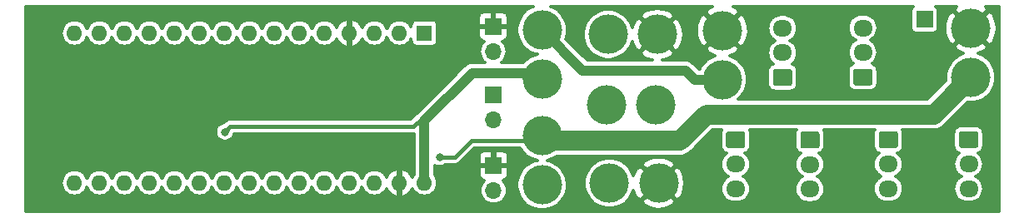
<source format=gbr>
G04 #@! TF.GenerationSoftware,KiCad,Pcbnew,(5.1.2)-2*
G04 #@! TF.CreationDate,2020-01-25T22:11:55+00:00*
G04 #@! TF.ProjectId,rowing_steerting,726f7769-6e67-45f7-9374-65657274696e,rev?*
G04 #@! TF.SameCoordinates,Original*
G04 #@! TF.FileFunction,Copper,L2,Bot*
G04 #@! TF.FilePolarity,Positive*
%FSLAX46Y46*%
G04 Gerber Fmt 4.6, Leading zero omitted, Abs format (unit mm)*
G04 Created by KiCad (PCBNEW (5.1.2)-2) date 2020-01-25 22:11:55*
%MOMM*%
%LPD*%
G04 APERTURE LIST*
%ADD10R,1.600000X1.600000*%
%ADD11O,1.600000X1.600000*%
%ADD12C,4.000000*%
%ADD13O,1.950000X1.700000*%
%ADD14C,0.100000*%
%ADD15C,1.700000*%
%ADD16R,1.700000X1.700000*%
%ADD17O,1.700000X1.700000*%
%ADD18C,0.800000*%
%ADD19C,1.000000*%
%ADD20C,0.400000*%
%ADD21C,2.000000*%
%ADD22C,0.300000*%
G04 APERTURE END LIST*
D10*
X41079420Y-3289300D03*
D11*
X8059420Y-18529300D03*
X38539420Y-3289300D03*
X10599420Y-18529300D03*
X35999420Y-3289300D03*
X13139420Y-18529300D03*
X33459420Y-3289300D03*
X15679420Y-18529300D03*
X30919420Y-3289300D03*
X18219420Y-18529300D03*
X28379420Y-3289300D03*
X20759420Y-18529300D03*
X25839420Y-3289300D03*
X23299420Y-18529300D03*
X23299420Y-3289300D03*
X25839420Y-18529300D03*
X20759420Y-3289300D03*
X28379420Y-18529300D03*
X18219420Y-3289300D03*
X30919420Y-18529300D03*
X15679420Y-3289300D03*
X33459420Y-18529300D03*
X13139420Y-3289300D03*
X35999420Y-18529300D03*
X10599420Y-3289300D03*
X38539420Y-18529300D03*
X8059420Y-3289300D03*
X41079420Y-18529300D03*
X5519420Y-3289300D03*
X5519420Y-18529300D03*
D12*
X71356220Y-3024500D03*
X71356220Y-8024500D03*
X64874780Y-18559780D03*
X59874780Y-18559780D03*
X59592840Y-10612120D03*
X64592840Y-10612120D03*
X64745240Y-3431540D03*
X59745240Y-3431540D03*
X96608900Y-2798440D03*
X96608900Y-7798440D03*
D13*
X77472540Y-2795260D03*
X77472540Y-5295260D03*
D14*
G36*
X78222044Y-6946464D02*
G01*
X78246313Y-6950064D01*
X78270111Y-6956025D01*
X78293211Y-6964290D01*
X78315389Y-6974780D01*
X78336433Y-6987393D01*
X78356138Y-7002007D01*
X78374317Y-7018483D01*
X78390793Y-7036662D01*
X78405407Y-7056367D01*
X78418020Y-7077411D01*
X78428510Y-7099589D01*
X78436775Y-7122689D01*
X78442736Y-7146487D01*
X78446336Y-7170756D01*
X78447540Y-7195260D01*
X78447540Y-8395260D01*
X78446336Y-8419764D01*
X78442736Y-8444033D01*
X78436775Y-8467831D01*
X78428510Y-8490931D01*
X78418020Y-8513109D01*
X78405407Y-8534153D01*
X78390793Y-8553858D01*
X78374317Y-8572037D01*
X78356138Y-8588513D01*
X78336433Y-8603127D01*
X78315389Y-8615740D01*
X78293211Y-8626230D01*
X78270111Y-8634495D01*
X78246313Y-8640456D01*
X78222044Y-8644056D01*
X78197540Y-8645260D01*
X76747540Y-8645260D01*
X76723036Y-8644056D01*
X76698767Y-8640456D01*
X76674969Y-8634495D01*
X76651869Y-8626230D01*
X76629691Y-8615740D01*
X76608647Y-8603127D01*
X76588942Y-8588513D01*
X76570763Y-8572037D01*
X76554287Y-8553858D01*
X76539673Y-8534153D01*
X76527060Y-8513109D01*
X76516570Y-8490931D01*
X76508305Y-8467831D01*
X76502344Y-8444033D01*
X76498744Y-8419764D01*
X76497540Y-8395260D01*
X76497540Y-7195260D01*
X76498744Y-7170756D01*
X76502344Y-7146487D01*
X76508305Y-7122689D01*
X76516570Y-7099589D01*
X76527060Y-7077411D01*
X76539673Y-7056367D01*
X76554287Y-7036662D01*
X76570763Y-7018483D01*
X76588942Y-7002007D01*
X76608647Y-6987393D01*
X76629691Y-6974780D01*
X76651869Y-6964290D01*
X76674969Y-6956025D01*
X76698767Y-6950064D01*
X76723036Y-6946464D01*
X76747540Y-6945260D01*
X78197540Y-6945260D01*
X78222044Y-6946464D01*
X78222044Y-6946464D01*
G37*
D15*
X77472540Y-7795260D03*
D14*
G36*
X88968784Y-13273604D02*
G01*
X88993053Y-13277204D01*
X89016851Y-13283165D01*
X89039951Y-13291430D01*
X89062129Y-13301920D01*
X89083173Y-13314533D01*
X89102878Y-13329147D01*
X89121057Y-13345623D01*
X89137533Y-13363802D01*
X89152147Y-13383507D01*
X89164760Y-13404551D01*
X89175250Y-13426729D01*
X89183515Y-13449829D01*
X89189476Y-13473627D01*
X89193076Y-13497896D01*
X89194280Y-13522400D01*
X89194280Y-14722400D01*
X89193076Y-14746904D01*
X89189476Y-14771173D01*
X89183515Y-14794971D01*
X89175250Y-14818071D01*
X89164760Y-14840249D01*
X89152147Y-14861293D01*
X89137533Y-14880998D01*
X89121057Y-14899177D01*
X89102878Y-14915653D01*
X89083173Y-14930267D01*
X89062129Y-14942880D01*
X89039951Y-14953370D01*
X89016851Y-14961635D01*
X88993053Y-14967596D01*
X88968784Y-14971196D01*
X88944280Y-14972400D01*
X87494280Y-14972400D01*
X87469776Y-14971196D01*
X87445507Y-14967596D01*
X87421709Y-14961635D01*
X87398609Y-14953370D01*
X87376431Y-14942880D01*
X87355387Y-14930267D01*
X87335682Y-14915653D01*
X87317503Y-14899177D01*
X87301027Y-14880998D01*
X87286413Y-14861293D01*
X87273800Y-14840249D01*
X87263310Y-14818071D01*
X87255045Y-14794971D01*
X87249084Y-14771173D01*
X87245484Y-14746904D01*
X87244280Y-14722400D01*
X87244280Y-13522400D01*
X87245484Y-13497896D01*
X87249084Y-13473627D01*
X87255045Y-13449829D01*
X87263310Y-13426729D01*
X87273800Y-13404551D01*
X87286413Y-13383507D01*
X87301027Y-13363802D01*
X87317503Y-13345623D01*
X87335682Y-13329147D01*
X87355387Y-13314533D01*
X87376431Y-13301920D01*
X87398609Y-13291430D01*
X87421709Y-13283165D01*
X87445507Y-13277204D01*
X87469776Y-13273604D01*
X87494280Y-13272400D01*
X88944280Y-13272400D01*
X88968784Y-13273604D01*
X88968784Y-13273604D01*
G37*
D15*
X88219280Y-14122400D03*
D13*
X88219280Y-16622400D03*
X88219280Y-19122400D03*
D14*
G36*
X86375444Y-6910904D02*
G01*
X86399713Y-6914504D01*
X86423511Y-6920465D01*
X86446611Y-6928730D01*
X86468789Y-6939220D01*
X86489833Y-6951833D01*
X86509538Y-6966447D01*
X86527717Y-6982923D01*
X86544193Y-7001102D01*
X86558807Y-7020807D01*
X86571420Y-7041851D01*
X86581910Y-7064029D01*
X86590175Y-7087129D01*
X86596136Y-7110927D01*
X86599736Y-7135196D01*
X86600940Y-7159700D01*
X86600940Y-8359700D01*
X86599736Y-8384204D01*
X86596136Y-8408473D01*
X86590175Y-8432271D01*
X86581910Y-8455371D01*
X86571420Y-8477549D01*
X86558807Y-8498593D01*
X86544193Y-8518298D01*
X86527717Y-8536477D01*
X86509538Y-8552953D01*
X86489833Y-8567567D01*
X86468789Y-8580180D01*
X86446611Y-8590670D01*
X86423511Y-8598935D01*
X86399713Y-8604896D01*
X86375444Y-8608496D01*
X86350940Y-8609700D01*
X84900940Y-8609700D01*
X84876436Y-8608496D01*
X84852167Y-8604896D01*
X84828369Y-8598935D01*
X84805269Y-8590670D01*
X84783091Y-8580180D01*
X84762047Y-8567567D01*
X84742342Y-8552953D01*
X84724163Y-8536477D01*
X84707687Y-8518298D01*
X84693073Y-8498593D01*
X84680460Y-8477549D01*
X84669970Y-8455371D01*
X84661705Y-8432271D01*
X84655744Y-8408473D01*
X84652144Y-8384204D01*
X84650940Y-8359700D01*
X84650940Y-7159700D01*
X84652144Y-7135196D01*
X84655744Y-7110927D01*
X84661705Y-7087129D01*
X84669970Y-7064029D01*
X84680460Y-7041851D01*
X84693073Y-7020807D01*
X84707687Y-7001102D01*
X84724163Y-6982923D01*
X84742342Y-6966447D01*
X84762047Y-6951833D01*
X84783091Y-6939220D01*
X84805269Y-6928730D01*
X84828369Y-6920465D01*
X84852167Y-6914504D01*
X84876436Y-6910904D01*
X84900940Y-6909700D01*
X86350940Y-6909700D01*
X86375444Y-6910904D01*
X86375444Y-6910904D01*
G37*
D15*
X85625940Y-7759700D03*
D13*
X85625940Y-5259700D03*
X85625940Y-2759700D03*
X72702420Y-19132560D03*
X72702420Y-16632560D03*
D14*
G36*
X73451924Y-13283764D02*
G01*
X73476193Y-13287364D01*
X73499991Y-13293325D01*
X73523091Y-13301590D01*
X73545269Y-13312080D01*
X73566313Y-13324693D01*
X73586018Y-13339307D01*
X73604197Y-13355783D01*
X73620673Y-13373962D01*
X73635287Y-13393667D01*
X73647900Y-13414711D01*
X73658390Y-13436889D01*
X73666655Y-13459989D01*
X73672616Y-13483787D01*
X73676216Y-13508056D01*
X73677420Y-13532560D01*
X73677420Y-14732560D01*
X73676216Y-14757064D01*
X73672616Y-14781333D01*
X73666655Y-14805131D01*
X73658390Y-14828231D01*
X73647900Y-14850409D01*
X73635287Y-14871453D01*
X73620673Y-14891158D01*
X73604197Y-14909337D01*
X73586018Y-14925813D01*
X73566313Y-14940427D01*
X73545269Y-14953040D01*
X73523091Y-14963530D01*
X73499991Y-14971795D01*
X73476193Y-14977756D01*
X73451924Y-14981356D01*
X73427420Y-14982560D01*
X71977420Y-14982560D01*
X71952916Y-14981356D01*
X71928647Y-14977756D01*
X71904849Y-14971795D01*
X71881749Y-14963530D01*
X71859571Y-14953040D01*
X71838527Y-14940427D01*
X71818822Y-14925813D01*
X71800643Y-14909337D01*
X71784167Y-14891158D01*
X71769553Y-14871453D01*
X71756940Y-14850409D01*
X71746450Y-14828231D01*
X71738185Y-14805131D01*
X71732224Y-14781333D01*
X71728624Y-14757064D01*
X71727420Y-14732560D01*
X71727420Y-13532560D01*
X71728624Y-13508056D01*
X71732224Y-13483787D01*
X71738185Y-13459989D01*
X71746450Y-13436889D01*
X71756940Y-13414711D01*
X71769553Y-13393667D01*
X71784167Y-13373962D01*
X71800643Y-13355783D01*
X71818822Y-13339307D01*
X71838527Y-13324693D01*
X71859571Y-13312080D01*
X71881749Y-13301590D01*
X71904849Y-13293325D01*
X71928647Y-13287364D01*
X71952916Y-13283764D01*
X71977420Y-13282560D01*
X73427420Y-13282560D01*
X73451924Y-13283764D01*
X73451924Y-13283764D01*
G37*
D15*
X72702420Y-14132560D03*
D14*
G36*
X80993184Y-13309164D02*
G01*
X81017453Y-13312764D01*
X81041251Y-13318725D01*
X81064351Y-13326990D01*
X81086529Y-13337480D01*
X81107573Y-13350093D01*
X81127278Y-13364707D01*
X81145457Y-13381183D01*
X81161933Y-13399362D01*
X81176547Y-13419067D01*
X81189160Y-13440111D01*
X81199650Y-13462289D01*
X81207915Y-13485389D01*
X81213876Y-13509187D01*
X81217476Y-13533456D01*
X81218680Y-13557960D01*
X81218680Y-14757960D01*
X81217476Y-14782464D01*
X81213876Y-14806733D01*
X81207915Y-14830531D01*
X81199650Y-14853631D01*
X81189160Y-14875809D01*
X81176547Y-14896853D01*
X81161933Y-14916558D01*
X81145457Y-14934737D01*
X81127278Y-14951213D01*
X81107573Y-14965827D01*
X81086529Y-14978440D01*
X81064351Y-14988930D01*
X81041251Y-14997195D01*
X81017453Y-15003156D01*
X80993184Y-15006756D01*
X80968680Y-15007960D01*
X79518680Y-15007960D01*
X79494176Y-15006756D01*
X79469907Y-15003156D01*
X79446109Y-14997195D01*
X79423009Y-14988930D01*
X79400831Y-14978440D01*
X79379787Y-14965827D01*
X79360082Y-14951213D01*
X79341903Y-14934737D01*
X79325427Y-14916558D01*
X79310813Y-14896853D01*
X79298200Y-14875809D01*
X79287710Y-14853631D01*
X79279445Y-14830531D01*
X79273484Y-14806733D01*
X79269884Y-14782464D01*
X79268680Y-14757960D01*
X79268680Y-13557960D01*
X79269884Y-13533456D01*
X79273484Y-13509187D01*
X79279445Y-13485389D01*
X79287710Y-13462289D01*
X79298200Y-13440111D01*
X79310813Y-13419067D01*
X79325427Y-13399362D01*
X79341903Y-13381183D01*
X79360082Y-13364707D01*
X79379787Y-13350093D01*
X79400831Y-13337480D01*
X79423009Y-13326990D01*
X79446109Y-13318725D01*
X79469907Y-13312764D01*
X79494176Y-13309164D01*
X79518680Y-13307960D01*
X80968680Y-13307960D01*
X80993184Y-13309164D01*
X80993184Y-13309164D01*
G37*
D15*
X80243680Y-14157960D03*
D13*
X80243680Y-16657960D03*
X80243680Y-19157960D03*
X96372680Y-19122400D03*
X96372680Y-16622400D03*
D14*
G36*
X97122184Y-13273604D02*
G01*
X97146453Y-13277204D01*
X97170251Y-13283165D01*
X97193351Y-13291430D01*
X97215529Y-13301920D01*
X97236573Y-13314533D01*
X97256278Y-13329147D01*
X97274457Y-13345623D01*
X97290933Y-13363802D01*
X97305547Y-13383507D01*
X97318160Y-13404551D01*
X97328650Y-13426729D01*
X97336915Y-13449829D01*
X97342876Y-13473627D01*
X97346476Y-13497896D01*
X97347680Y-13522400D01*
X97347680Y-14722400D01*
X97346476Y-14746904D01*
X97342876Y-14771173D01*
X97336915Y-14794971D01*
X97328650Y-14818071D01*
X97318160Y-14840249D01*
X97305547Y-14861293D01*
X97290933Y-14880998D01*
X97274457Y-14899177D01*
X97256278Y-14915653D01*
X97236573Y-14930267D01*
X97215529Y-14942880D01*
X97193351Y-14953370D01*
X97170251Y-14961635D01*
X97146453Y-14967596D01*
X97122184Y-14971196D01*
X97097680Y-14972400D01*
X95647680Y-14972400D01*
X95623176Y-14971196D01*
X95598907Y-14967596D01*
X95575109Y-14961635D01*
X95552009Y-14953370D01*
X95529831Y-14942880D01*
X95508787Y-14930267D01*
X95489082Y-14915653D01*
X95470903Y-14899177D01*
X95454427Y-14880998D01*
X95439813Y-14861293D01*
X95427200Y-14840249D01*
X95416710Y-14818071D01*
X95408445Y-14794971D01*
X95402484Y-14771173D01*
X95398884Y-14746904D01*
X95397680Y-14722400D01*
X95397680Y-13522400D01*
X95398884Y-13497896D01*
X95402484Y-13473627D01*
X95408445Y-13449829D01*
X95416710Y-13426729D01*
X95427200Y-13404551D01*
X95439813Y-13383507D01*
X95454427Y-13363802D01*
X95470903Y-13345623D01*
X95489082Y-13329147D01*
X95508787Y-13314533D01*
X95529831Y-13301920D01*
X95552009Y-13291430D01*
X95575109Y-13283165D01*
X95598907Y-13277204D01*
X95623176Y-13273604D01*
X95647680Y-13272400D01*
X97097680Y-13272400D01*
X97122184Y-13273604D01*
X97122184Y-13273604D01*
G37*
D15*
X96372680Y-14122400D03*
D16*
X91889580Y-1894840D03*
D12*
X53030120Y-13738220D03*
X53030120Y-18738220D03*
X53027580Y-2958460D03*
X53027580Y-7958460D03*
D17*
X48066960Y-5156200D03*
D16*
X48066960Y-2616200D03*
X48107600Y-9580880D03*
D17*
X48107600Y-12120880D03*
D16*
X48107600Y-16758920D03*
D17*
X48107600Y-19298920D03*
D18*
X8300720Y-9398000D03*
X5476240Y-14272260D03*
X20817840Y-13342620D03*
X42608500Y-15918180D03*
D19*
X41079420Y-17397930D02*
X41079420Y-18529300D01*
X41079420Y-12174220D02*
X41079420Y-17397930D01*
X45913040Y-7340600D02*
X41079420Y-12174220D01*
X53027580Y-7958460D02*
X52409720Y-7340600D01*
X52409720Y-7340600D02*
X45913040Y-7340600D01*
D20*
X40797480Y-12174220D02*
X40704770Y-12081510D01*
X41079420Y-12174220D02*
X40797480Y-12174220D01*
X40704770Y-12081510D02*
X39979600Y-12806680D01*
X39979600Y-12806680D02*
X21353780Y-12806680D01*
X21353780Y-12806680D02*
X20817840Y-13342620D01*
D19*
X68527793Y-8024500D02*
X71356220Y-8024500D01*
X67597513Y-7094220D02*
X68527793Y-8024500D01*
X53027580Y-2958460D02*
X57163340Y-7094220D01*
X57163340Y-7094220D02*
X67597513Y-7094220D01*
D21*
X59110240Y-10779760D02*
X59155960Y-10825480D01*
D20*
X52546880Y-14221460D02*
X53030120Y-13738220D01*
X45844460Y-14221460D02*
X52546880Y-14221460D01*
X42608500Y-15918180D02*
X44147740Y-15918180D01*
X44147740Y-15918180D02*
X45844460Y-14221460D01*
D21*
X94608901Y-9798439D02*
X96608900Y-7798440D01*
X72946482Y-11569700D02*
X92837640Y-11569700D01*
X53030120Y-13738220D02*
X53562781Y-14270881D01*
X92837640Y-11569700D02*
X94608901Y-9798439D01*
X53562781Y-14270881D02*
X67039599Y-14270881D01*
X67039599Y-14270881D02*
X69727969Y-11582511D01*
X69727969Y-11582511D02*
X69746819Y-11601361D01*
X69746819Y-11601361D02*
X72914821Y-11601361D01*
X72914821Y-11601361D02*
X72946482Y-11569700D01*
D22*
G36*
X51819702Y-698680D02*
G01*
X51402050Y-977746D01*
X51046866Y-1332930D01*
X50767800Y-1750582D01*
X50575575Y-2214653D01*
X50477580Y-2707307D01*
X50477580Y-3209613D01*
X50575575Y-3702267D01*
X50767800Y-4166338D01*
X51046866Y-4583990D01*
X51402050Y-4939174D01*
X51819702Y-5218240D01*
X52283773Y-5410465D01*
X52525060Y-5458460D01*
X52283773Y-5506455D01*
X51819702Y-5698680D01*
X51402050Y-5977746D01*
X51089196Y-6290600D01*
X48891523Y-6290600D01*
X49061699Y-6150939D01*
X49236650Y-5937762D01*
X49366650Y-5694549D01*
X49446703Y-5430648D01*
X49473734Y-5156200D01*
X49446703Y-4881752D01*
X49366650Y-4617851D01*
X49236650Y-4374638D01*
X49061699Y-4161461D01*
X49009117Y-4118308D01*
X49045951Y-4114680D01*
X49169984Y-4077054D01*
X49284294Y-4015954D01*
X49384488Y-3933728D01*
X49466714Y-3833534D01*
X49527814Y-3719224D01*
X49565440Y-3595191D01*
X49578144Y-3466200D01*
X49574960Y-2884700D01*
X49410460Y-2720200D01*
X48170960Y-2720200D01*
X48170960Y-2740200D01*
X47962960Y-2740200D01*
X47962960Y-2720200D01*
X46723460Y-2720200D01*
X46558960Y-2884700D01*
X46555776Y-3466200D01*
X46568480Y-3595191D01*
X46606106Y-3719224D01*
X46667206Y-3833534D01*
X46749432Y-3933728D01*
X46849626Y-4015954D01*
X46963936Y-4077054D01*
X47087969Y-4114680D01*
X47124803Y-4118308D01*
X47072221Y-4161461D01*
X46897270Y-4374638D01*
X46767270Y-4617851D01*
X46687217Y-4881752D01*
X46660186Y-5156200D01*
X46687217Y-5430648D01*
X46767270Y-5694549D01*
X46897270Y-5937762D01*
X47072221Y-6150939D01*
X47242397Y-6290600D01*
X45964608Y-6290600D01*
X45913040Y-6285521D01*
X45861472Y-6290600D01*
X45861462Y-6290600D01*
X45707204Y-6305793D01*
X45509278Y-6365833D01*
X45326869Y-6463333D01*
X45166986Y-6594546D01*
X45134107Y-6634609D01*
X40373434Y-11395283D01*
X40333366Y-11428166D01*
X40331247Y-11430748D01*
X40286077Y-11454892D01*
X40200486Y-11525134D01*
X40200482Y-11525138D01*
X40171875Y-11548615D01*
X40148398Y-11577222D01*
X39668941Y-12056680D01*
X21390608Y-12056680D01*
X21353780Y-12053053D01*
X21316952Y-12056680D01*
X21316945Y-12056680D01*
X21206754Y-12067533D01*
X21065379Y-12110419D01*
X20935087Y-12180061D01*
X20876022Y-12228535D01*
X20820885Y-12273785D01*
X20797406Y-12302395D01*
X20702936Y-12396864D01*
X20540735Y-12429128D01*
X20367846Y-12500741D01*
X20212250Y-12604707D01*
X20079927Y-12737030D01*
X19975961Y-12892626D01*
X19904348Y-13065515D01*
X19867840Y-13249053D01*
X19867840Y-13436187D01*
X19904348Y-13619725D01*
X19975961Y-13792614D01*
X20079927Y-13948210D01*
X20212250Y-14080533D01*
X20367846Y-14184499D01*
X20540735Y-14256112D01*
X20724273Y-14292620D01*
X20911407Y-14292620D01*
X21094945Y-14256112D01*
X21267834Y-14184499D01*
X21423430Y-14080533D01*
X21555753Y-13948210D01*
X21659719Y-13792614D01*
X21731332Y-13619725D01*
X21743872Y-13556680D01*
X39942773Y-13556680D01*
X39979600Y-13560307D01*
X40016427Y-13556680D01*
X40016435Y-13556680D01*
X40029420Y-13555401D01*
X40029421Y-17346343D01*
X40029420Y-17346353D01*
X40029420Y-17680711D01*
X39951505Y-17775651D01*
X39868620Y-17930718D01*
X39867826Y-17928373D01*
X39725066Y-17680760D01*
X39536742Y-17465756D01*
X39310092Y-17291624D01*
X39053825Y-17165055D01*
X38869640Y-17109188D01*
X38643420Y-17239988D01*
X38643420Y-18425300D01*
X38663420Y-18425300D01*
X38663420Y-18633300D01*
X38643420Y-18633300D01*
X38643420Y-19818612D01*
X38869640Y-19949412D01*
X39053825Y-19893545D01*
X39310092Y-19766976D01*
X39536742Y-19592844D01*
X39725066Y-19377840D01*
X39867826Y-19130227D01*
X39868620Y-19127882D01*
X39951505Y-19282949D01*
X40120207Y-19488513D01*
X40325771Y-19657215D01*
X40560298Y-19782572D01*
X40814774Y-19859767D01*
X41013099Y-19879300D01*
X41145741Y-19879300D01*
X41344066Y-19859767D01*
X41598542Y-19782572D01*
X41833069Y-19657215D01*
X42038633Y-19488513D01*
X42207335Y-19282949D01*
X42332692Y-19048422D01*
X42409887Y-18793946D01*
X42435952Y-18529300D01*
X42409887Y-18264654D01*
X42332692Y-18010178D01*
X42207335Y-17775651D01*
X42129420Y-17680711D01*
X42129420Y-17608920D01*
X46596416Y-17608920D01*
X46609120Y-17737911D01*
X46646746Y-17861944D01*
X46707846Y-17976254D01*
X46790072Y-18076448D01*
X46890266Y-18158674D01*
X47004576Y-18219774D01*
X47128609Y-18257400D01*
X47165443Y-18261028D01*
X47112861Y-18304181D01*
X46937910Y-18517358D01*
X46807910Y-18760571D01*
X46727857Y-19024472D01*
X46700826Y-19298920D01*
X46727857Y-19573368D01*
X46807910Y-19837269D01*
X46937910Y-20080482D01*
X47112861Y-20293659D01*
X47326038Y-20468610D01*
X47569251Y-20598610D01*
X47833152Y-20678663D01*
X48038823Y-20698920D01*
X48176377Y-20698920D01*
X48382048Y-20678663D01*
X48645949Y-20598610D01*
X48889162Y-20468610D01*
X49102339Y-20293659D01*
X49277290Y-20080482D01*
X49407290Y-19837269D01*
X49487343Y-19573368D01*
X49514374Y-19298920D01*
X49487343Y-19024472D01*
X49407290Y-18760571D01*
X49277290Y-18517358D01*
X49102339Y-18304181D01*
X49049757Y-18261028D01*
X49086591Y-18257400D01*
X49210624Y-18219774D01*
X49324934Y-18158674D01*
X49425128Y-18076448D01*
X49507354Y-17976254D01*
X49568454Y-17861944D01*
X49606080Y-17737911D01*
X49618784Y-17608920D01*
X49615600Y-17027420D01*
X49451100Y-16862920D01*
X48211600Y-16862920D01*
X48211600Y-16882920D01*
X48003600Y-16882920D01*
X48003600Y-16862920D01*
X46764100Y-16862920D01*
X46599600Y-17027420D01*
X46596416Y-17608920D01*
X42129420Y-17608920D01*
X42129420Y-16740624D01*
X42158506Y-16760059D01*
X42331395Y-16831672D01*
X42514933Y-16868180D01*
X42702067Y-16868180D01*
X42885605Y-16831672D01*
X43058494Y-16760059D01*
X43196001Y-16668180D01*
X44110913Y-16668180D01*
X44147740Y-16671807D01*
X44184567Y-16668180D01*
X44184575Y-16668180D01*
X44294766Y-16657327D01*
X44436141Y-16614441D01*
X44566433Y-16544799D01*
X44680635Y-16451075D01*
X44704118Y-16422461D01*
X45217659Y-15908920D01*
X46596416Y-15908920D01*
X46599600Y-16490420D01*
X46764100Y-16654920D01*
X48003600Y-16654920D01*
X48003600Y-15415420D01*
X48211600Y-15415420D01*
X48211600Y-16654920D01*
X49451100Y-16654920D01*
X49615600Y-16490420D01*
X49618784Y-15908920D01*
X49606080Y-15779929D01*
X49568454Y-15655896D01*
X49507354Y-15541586D01*
X49425128Y-15441392D01*
X49324934Y-15359166D01*
X49210624Y-15298066D01*
X49086591Y-15260440D01*
X48957600Y-15247736D01*
X48376100Y-15250920D01*
X48211600Y-15415420D01*
X48003600Y-15415420D01*
X47839100Y-15250920D01*
X47257600Y-15247736D01*
X47128609Y-15260440D01*
X47004576Y-15298066D01*
X46890266Y-15359166D01*
X46790072Y-15441392D01*
X46707846Y-15541586D01*
X46646746Y-15655896D01*
X46609120Y-15779929D01*
X46596416Y-15908920D01*
X45217659Y-15908920D01*
X46155121Y-14971460D01*
X50787286Y-14971460D01*
X51049406Y-15363750D01*
X51404590Y-15718934D01*
X51822242Y-15998000D01*
X52286313Y-16190225D01*
X52527600Y-16238220D01*
X52286313Y-16286215D01*
X51822242Y-16478440D01*
X51404590Y-16757506D01*
X51049406Y-17112690D01*
X50770340Y-17530342D01*
X50578115Y-17994413D01*
X50480120Y-18487067D01*
X50480120Y-18989373D01*
X50578115Y-19482027D01*
X50770340Y-19946098D01*
X51049406Y-20363750D01*
X51404590Y-20718934D01*
X51822242Y-20998000D01*
X52286313Y-21190225D01*
X52778967Y-21288220D01*
X53281273Y-21288220D01*
X53773927Y-21190225D01*
X54237998Y-20998000D01*
X54655650Y-20718934D01*
X55010834Y-20363750D01*
X55289900Y-19946098D01*
X55482125Y-19482027D01*
X55580120Y-18989373D01*
X55580120Y-18487067D01*
X55544627Y-18308627D01*
X57324780Y-18308627D01*
X57324780Y-18810933D01*
X57422775Y-19303587D01*
X57615000Y-19767658D01*
X57894066Y-20185310D01*
X58249250Y-20540494D01*
X58666902Y-20819560D01*
X59130973Y-21011785D01*
X59623627Y-21109780D01*
X60125933Y-21109780D01*
X60618587Y-21011785D01*
X61082658Y-20819560D01*
X61500310Y-20540494D01*
X61636747Y-20404057D01*
X63177581Y-20404057D01*
X63390216Y-20780042D01*
X63851893Y-21027005D01*
X64352879Y-21179153D01*
X64873922Y-21230640D01*
X65394998Y-21179488D01*
X65896081Y-21027662D01*
X66357917Y-20780996D01*
X66359344Y-20780042D01*
X66571979Y-20404057D01*
X64874780Y-18706858D01*
X63177581Y-20404057D01*
X61636747Y-20404057D01*
X61855494Y-20185310D01*
X62134560Y-19767658D01*
X62324494Y-19309117D01*
X62406898Y-19581081D01*
X62653564Y-20042917D01*
X62654518Y-20044344D01*
X63030503Y-20256979D01*
X64727702Y-18559780D01*
X65021858Y-18559780D01*
X66719057Y-20256979D01*
X67095042Y-20044344D01*
X67342005Y-19582667D01*
X67494153Y-19081681D01*
X67545640Y-18560638D01*
X67494488Y-18039562D01*
X67342662Y-17538479D01*
X67095996Y-17076643D01*
X67095042Y-17075216D01*
X66719057Y-16862581D01*
X65021858Y-18559780D01*
X64727702Y-18559780D01*
X63030503Y-16862581D01*
X62654518Y-17075216D01*
X62407555Y-17536893D01*
X62324485Y-17810421D01*
X62134560Y-17351902D01*
X61855494Y-16934250D01*
X61636747Y-16715503D01*
X63177581Y-16715503D01*
X64874780Y-18412702D01*
X66571979Y-16715503D01*
X66359344Y-16339518D01*
X65897667Y-16092555D01*
X65396681Y-15940407D01*
X64875638Y-15888920D01*
X64354562Y-15940072D01*
X63853479Y-16091898D01*
X63391643Y-16338564D01*
X63390216Y-16339518D01*
X63177581Y-16715503D01*
X61636747Y-16715503D01*
X61500310Y-16579066D01*
X61082658Y-16300000D01*
X60618587Y-16107775D01*
X60125933Y-16009780D01*
X59623627Y-16009780D01*
X59130973Y-16107775D01*
X58666902Y-16300000D01*
X58249250Y-16579066D01*
X57894066Y-16934250D01*
X57615000Y-17351902D01*
X57422775Y-17815973D01*
X57324780Y-18308627D01*
X55544627Y-18308627D01*
X55482125Y-17994413D01*
X55289900Y-17530342D01*
X55010834Y-17112690D01*
X54655650Y-16757506D01*
X54237998Y-16478440D01*
X53773927Y-16286215D01*
X53532640Y-16238220D01*
X53773927Y-16190225D01*
X54237998Y-15998000D01*
X54503075Y-15820881D01*
X66963471Y-15820881D01*
X67039599Y-15828379D01*
X67115727Y-15820881D01*
X67115737Y-15820881D01*
X67343452Y-15798453D01*
X67635628Y-15709822D01*
X67904899Y-15565894D01*
X68140917Y-15372199D01*
X68189456Y-15313054D01*
X70351150Y-13151361D01*
X71275430Y-13151361D01*
X71235858Y-13225395D01*
X71190182Y-13375969D01*
X71174759Y-13532560D01*
X71174759Y-14732560D01*
X71190182Y-14889151D01*
X71235858Y-15039725D01*
X71310032Y-15178495D01*
X71409853Y-15300127D01*
X71531485Y-15399948D01*
X71670255Y-15474122D01*
X71751951Y-15498904D01*
X71582681Y-15637821D01*
X71407730Y-15850998D01*
X71277730Y-16094211D01*
X71197677Y-16358112D01*
X71170646Y-16632560D01*
X71197677Y-16907008D01*
X71277730Y-17170909D01*
X71407730Y-17414122D01*
X71582681Y-17627299D01*
X71795858Y-17802250D01*
X71946108Y-17882560D01*
X71795858Y-17962870D01*
X71582681Y-18137821D01*
X71407730Y-18350998D01*
X71277730Y-18594211D01*
X71197677Y-18858112D01*
X71170646Y-19132560D01*
X71197677Y-19407008D01*
X71277730Y-19670909D01*
X71407730Y-19914122D01*
X71582681Y-20127299D01*
X71795858Y-20302250D01*
X72039071Y-20432250D01*
X72302972Y-20512303D01*
X72508643Y-20532560D01*
X72896197Y-20532560D01*
X73101868Y-20512303D01*
X73365769Y-20432250D01*
X73608982Y-20302250D01*
X73822159Y-20127299D01*
X73997110Y-19914122D01*
X74127110Y-19670909D01*
X74207163Y-19407008D01*
X74234194Y-19132560D01*
X74207163Y-18858112D01*
X74127110Y-18594211D01*
X73997110Y-18350998D01*
X73822159Y-18137821D01*
X73608982Y-17962870D01*
X73458732Y-17882560D01*
X73608982Y-17802250D01*
X73822159Y-17627299D01*
X73997110Y-17414122D01*
X74127110Y-17170909D01*
X74207163Y-16907008D01*
X74234194Y-16632560D01*
X74207163Y-16358112D01*
X74127110Y-16094211D01*
X73997110Y-15850998D01*
X73822159Y-15637821D01*
X73652889Y-15498904D01*
X73734585Y-15474122D01*
X73873355Y-15399948D01*
X73994987Y-15300127D01*
X74094808Y-15178495D01*
X74168982Y-15039725D01*
X74214658Y-14889151D01*
X74230081Y-14732560D01*
X74230081Y-13532560D01*
X74214658Y-13375969D01*
X74168982Y-13225395D01*
X74112487Y-13119700D01*
X78847190Y-13119700D01*
X78777118Y-13250795D01*
X78731442Y-13401369D01*
X78716019Y-13557960D01*
X78716019Y-14757960D01*
X78731442Y-14914551D01*
X78777118Y-15065125D01*
X78851292Y-15203895D01*
X78951113Y-15325527D01*
X79072745Y-15425348D01*
X79211515Y-15499522D01*
X79293211Y-15524304D01*
X79123941Y-15663221D01*
X78948990Y-15876398D01*
X78818990Y-16119611D01*
X78738937Y-16383512D01*
X78711906Y-16657960D01*
X78738937Y-16932408D01*
X78818990Y-17196309D01*
X78948990Y-17439522D01*
X79123941Y-17652699D01*
X79337118Y-17827650D01*
X79487368Y-17907960D01*
X79337118Y-17988270D01*
X79123941Y-18163221D01*
X78948990Y-18376398D01*
X78818990Y-18619611D01*
X78738937Y-18883512D01*
X78711906Y-19157960D01*
X78738937Y-19432408D01*
X78818990Y-19696309D01*
X78948990Y-19939522D01*
X79123941Y-20152699D01*
X79337118Y-20327650D01*
X79580331Y-20457650D01*
X79844232Y-20537703D01*
X80049903Y-20557960D01*
X80437457Y-20557960D01*
X80643128Y-20537703D01*
X80907029Y-20457650D01*
X81150242Y-20327650D01*
X81363419Y-20152699D01*
X81538370Y-19939522D01*
X81668370Y-19696309D01*
X81748423Y-19432408D01*
X81775454Y-19157960D01*
X81748423Y-18883512D01*
X81668370Y-18619611D01*
X81538370Y-18376398D01*
X81363419Y-18163221D01*
X81150242Y-17988270D01*
X80999992Y-17907960D01*
X81150242Y-17827650D01*
X81363419Y-17652699D01*
X81538370Y-17439522D01*
X81668370Y-17196309D01*
X81748423Y-16932408D01*
X81775454Y-16657960D01*
X81748423Y-16383512D01*
X81668370Y-16119611D01*
X81538370Y-15876398D01*
X81363419Y-15663221D01*
X81194149Y-15524304D01*
X81275845Y-15499522D01*
X81414615Y-15425348D01*
X81536247Y-15325527D01*
X81636068Y-15203895D01*
X81710242Y-15065125D01*
X81755918Y-14914551D01*
X81771341Y-14757960D01*
X81771341Y-13557960D01*
X81755918Y-13401369D01*
X81710242Y-13250795D01*
X81640170Y-13119700D01*
X86803782Y-13119700D01*
X86752718Y-13215235D01*
X86707042Y-13365809D01*
X86691619Y-13522400D01*
X86691619Y-14722400D01*
X86707042Y-14878991D01*
X86752718Y-15029565D01*
X86826892Y-15168335D01*
X86926713Y-15289967D01*
X87048345Y-15389788D01*
X87187115Y-15463962D01*
X87268811Y-15488744D01*
X87099541Y-15627661D01*
X86924590Y-15840838D01*
X86794590Y-16084051D01*
X86714537Y-16347952D01*
X86687506Y-16622400D01*
X86714537Y-16896848D01*
X86794590Y-17160749D01*
X86924590Y-17403962D01*
X87099541Y-17617139D01*
X87312718Y-17792090D01*
X87462968Y-17872400D01*
X87312718Y-17952710D01*
X87099541Y-18127661D01*
X86924590Y-18340838D01*
X86794590Y-18584051D01*
X86714537Y-18847952D01*
X86687506Y-19122400D01*
X86714537Y-19396848D01*
X86794590Y-19660749D01*
X86924590Y-19903962D01*
X87099541Y-20117139D01*
X87312718Y-20292090D01*
X87555931Y-20422090D01*
X87819832Y-20502143D01*
X88025503Y-20522400D01*
X88413057Y-20522400D01*
X88618728Y-20502143D01*
X88882629Y-20422090D01*
X89125842Y-20292090D01*
X89339019Y-20117139D01*
X89513970Y-19903962D01*
X89643970Y-19660749D01*
X89724023Y-19396848D01*
X89751054Y-19122400D01*
X89724023Y-18847952D01*
X89643970Y-18584051D01*
X89513970Y-18340838D01*
X89339019Y-18127661D01*
X89125842Y-17952710D01*
X88975592Y-17872400D01*
X89125842Y-17792090D01*
X89339019Y-17617139D01*
X89513970Y-17403962D01*
X89643970Y-17160749D01*
X89724023Y-16896848D01*
X89751054Y-16622400D01*
X94840906Y-16622400D01*
X94867937Y-16896848D01*
X94947990Y-17160749D01*
X95077990Y-17403962D01*
X95252941Y-17617139D01*
X95466118Y-17792090D01*
X95616368Y-17872400D01*
X95466118Y-17952710D01*
X95252941Y-18127661D01*
X95077990Y-18340838D01*
X94947990Y-18584051D01*
X94867937Y-18847952D01*
X94840906Y-19122400D01*
X94867937Y-19396848D01*
X94947990Y-19660749D01*
X95077990Y-19903962D01*
X95252941Y-20117139D01*
X95466118Y-20292090D01*
X95709331Y-20422090D01*
X95973232Y-20502143D01*
X96178903Y-20522400D01*
X96566457Y-20522400D01*
X96772128Y-20502143D01*
X97036029Y-20422090D01*
X97279242Y-20292090D01*
X97492419Y-20117139D01*
X97667370Y-19903962D01*
X97797370Y-19660749D01*
X97877423Y-19396848D01*
X97904454Y-19122400D01*
X97877423Y-18847952D01*
X97797370Y-18584051D01*
X97667370Y-18340838D01*
X97492419Y-18127661D01*
X97279242Y-17952710D01*
X97128992Y-17872400D01*
X97279242Y-17792090D01*
X97492419Y-17617139D01*
X97667370Y-17403962D01*
X97797370Y-17160749D01*
X97877423Y-16896848D01*
X97904454Y-16622400D01*
X97877423Y-16347952D01*
X97797370Y-16084051D01*
X97667370Y-15840838D01*
X97492419Y-15627661D01*
X97323149Y-15488744D01*
X97404845Y-15463962D01*
X97543615Y-15389788D01*
X97665247Y-15289967D01*
X97765068Y-15168335D01*
X97839242Y-15029565D01*
X97884918Y-14878991D01*
X97900341Y-14722400D01*
X97900341Y-13522400D01*
X97884918Y-13365809D01*
X97839242Y-13215235D01*
X97765068Y-13076465D01*
X97665247Y-12954833D01*
X97543615Y-12855012D01*
X97404845Y-12780838D01*
X97254271Y-12735162D01*
X97097680Y-12719739D01*
X95647680Y-12719739D01*
X95491089Y-12735162D01*
X95340515Y-12780838D01*
X95201745Y-12855012D01*
X95080113Y-12954833D01*
X94980292Y-13076465D01*
X94906118Y-13215235D01*
X94860442Y-13365809D01*
X94845019Y-13522400D01*
X94845019Y-14722400D01*
X94860442Y-14878991D01*
X94906118Y-15029565D01*
X94980292Y-15168335D01*
X95080113Y-15289967D01*
X95201745Y-15389788D01*
X95340515Y-15463962D01*
X95422211Y-15488744D01*
X95252941Y-15627661D01*
X95077990Y-15840838D01*
X94947990Y-16084051D01*
X94867937Y-16347952D01*
X94840906Y-16622400D01*
X89751054Y-16622400D01*
X89724023Y-16347952D01*
X89643970Y-16084051D01*
X89513970Y-15840838D01*
X89339019Y-15627661D01*
X89169749Y-15488744D01*
X89251445Y-15463962D01*
X89390215Y-15389788D01*
X89511847Y-15289967D01*
X89611668Y-15168335D01*
X89685842Y-15029565D01*
X89731518Y-14878991D01*
X89746941Y-14722400D01*
X89746941Y-13522400D01*
X89731518Y-13365809D01*
X89685842Y-13215235D01*
X89634778Y-13119700D01*
X92761512Y-13119700D01*
X92837640Y-13127198D01*
X92913768Y-13119700D01*
X92913778Y-13119700D01*
X93141493Y-13097272D01*
X93433669Y-13008641D01*
X93702940Y-12864713D01*
X93938958Y-12671018D01*
X93987497Y-12611873D01*
X95758753Y-10840618D01*
X95758757Y-10840613D01*
X96268652Y-10330718D01*
X96357747Y-10348440D01*
X96860053Y-10348440D01*
X97352707Y-10250445D01*
X97816778Y-10058220D01*
X98234430Y-9779154D01*
X98589614Y-9423970D01*
X98868680Y-9006318D01*
X99060905Y-8542247D01*
X99158900Y-8049593D01*
X99158900Y-7547287D01*
X99060905Y-7054633D01*
X98868680Y-6590562D01*
X98589614Y-6172910D01*
X98234430Y-5817726D01*
X97816778Y-5538660D01*
X97358237Y-5348726D01*
X97630201Y-5266322D01*
X98092037Y-5019656D01*
X98093464Y-5018702D01*
X98306099Y-4642717D01*
X96608900Y-2945518D01*
X94911701Y-4642717D01*
X95124336Y-5018702D01*
X95586013Y-5265665D01*
X95859541Y-5348735D01*
X95401022Y-5538660D01*
X94983370Y-5817726D01*
X94628186Y-6172910D01*
X94349120Y-6590562D01*
X94156895Y-7054633D01*
X94058900Y-7547287D01*
X94058900Y-8049593D01*
X94076622Y-8138688D01*
X93566727Y-8648583D01*
X93566722Y-8648587D01*
X92195610Y-10019700D01*
X73022609Y-10019700D01*
X72968104Y-10014332D01*
X72981750Y-10005214D01*
X73336934Y-9650030D01*
X73616000Y-9232378D01*
X73808225Y-8768307D01*
X73906220Y-8275653D01*
X73906220Y-7773347D01*
X73808225Y-7280693D01*
X73616000Y-6816622D01*
X73336934Y-6398970D01*
X72981750Y-6043786D01*
X72564098Y-5764720D01*
X72105557Y-5574786D01*
X72377521Y-5492382D01*
X72839357Y-5245716D01*
X72840784Y-5244762D01*
X73053419Y-4868777D01*
X71356220Y-3171578D01*
X69659021Y-4868777D01*
X69871656Y-5244762D01*
X70333333Y-5491725D01*
X70606861Y-5574795D01*
X70148342Y-5764720D01*
X69730690Y-6043786D01*
X69375506Y-6398970D01*
X69096440Y-6816622D01*
X69031045Y-6974500D01*
X68962717Y-6974500D01*
X68376450Y-6388234D01*
X68343567Y-6348166D01*
X68183684Y-6216953D01*
X68001275Y-6119453D01*
X67803349Y-6059413D01*
X67649091Y-6044220D01*
X67649081Y-6044220D01*
X67597513Y-6039141D01*
X67545945Y-6044220D01*
X65288653Y-6044220D01*
X65766541Y-5899422D01*
X66228377Y-5652756D01*
X66229804Y-5651802D01*
X66442439Y-5275817D01*
X64745240Y-3578618D01*
X63048041Y-5275817D01*
X63260676Y-5651802D01*
X63722353Y-5898765D01*
X64201301Y-6044220D01*
X57598264Y-6044220D01*
X55414189Y-3860146D01*
X55479585Y-3702267D01*
X55577580Y-3209613D01*
X55577580Y-3180387D01*
X57195240Y-3180387D01*
X57195240Y-3682693D01*
X57293235Y-4175347D01*
X57485460Y-4639418D01*
X57764526Y-5057070D01*
X58119710Y-5412254D01*
X58537362Y-5691320D01*
X59001433Y-5883545D01*
X59494087Y-5981540D01*
X59996393Y-5981540D01*
X60489047Y-5883545D01*
X60953118Y-5691320D01*
X61370770Y-5412254D01*
X61725954Y-5057070D01*
X62005020Y-4639418D01*
X62194954Y-4180877D01*
X62277358Y-4452841D01*
X62524024Y-4914677D01*
X62524978Y-4916104D01*
X62900963Y-5128739D01*
X64598162Y-3431540D01*
X64892318Y-3431540D01*
X66589517Y-5128739D01*
X66965502Y-4916104D01*
X67212465Y-4454427D01*
X67364613Y-3953441D01*
X67416100Y-3432398D01*
X67375975Y-3023642D01*
X68685360Y-3023642D01*
X68736512Y-3544718D01*
X68888338Y-4045801D01*
X69135004Y-4507637D01*
X69135958Y-4509064D01*
X69511943Y-4721699D01*
X71209142Y-3024500D01*
X71503298Y-3024500D01*
X73200497Y-4721699D01*
X73576482Y-4509064D01*
X73823445Y-4047387D01*
X73975593Y-3546401D01*
X74027080Y-3025358D01*
X74004493Y-2795260D01*
X75940766Y-2795260D01*
X75967797Y-3069708D01*
X76047850Y-3333609D01*
X76177850Y-3576822D01*
X76352801Y-3789999D01*
X76565978Y-3964950D01*
X76716228Y-4045260D01*
X76565978Y-4125570D01*
X76352801Y-4300521D01*
X76177850Y-4513698D01*
X76047850Y-4756911D01*
X75967797Y-5020812D01*
X75940766Y-5295260D01*
X75967797Y-5569708D01*
X76047850Y-5833609D01*
X76177850Y-6076822D01*
X76352801Y-6289999D01*
X76522071Y-6428916D01*
X76440375Y-6453698D01*
X76301605Y-6527872D01*
X76179973Y-6627693D01*
X76080152Y-6749325D01*
X76005978Y-6888095D01*
X75960302Y-7038669D01*
X75944879Y-7195260D01*
X75944879Y-8395260D01*
X75960302Y-8551851D01*
X76005978Y-8702425D01*
X76080152Y-8841195D01*
X76179973Y-8962827D01*
X76301605Y-9062648D01*
X76440375Y-9136822D01*
X76590949Y-9182498D01*
X76747540Y-9197921D01*
X78197540Y-9197921D01*
X78354131Y-9182498D01*
X78504705Y-9136822D01*
X78643475Y-9062648D01*
X78765107Y-8962827D01*
X78864928Y-8841195D01*
X78939102Y-8702425D01*
X78984778Y-8551851D01*
X79000201Y-8395260D01*
X79000201Y-7195260D01*
X78984778Y-7038669D01*
X78939102Y-6888095D01*
X78864928Y-6749325D01*
X78765107Y-6627693D01*
X78643475Y-6527872D01*
X78504705Y-6453698D01*
X78423009Y-6428916D01*
X78592279Y-6289999D01*
X78767230Y-6076822D01*
X78897230Y-5833609D01*
X78977283Y-5569708D01*
X79004314Y-5295260D01*
X78977283Y-5020812D01*
X78897230Y-4756911D01*
X78767230Y-4513698D01*
X78592279Y-4300521D01*
X78379102Y-4125570D01*
X78228852Y-4045260D01*
X78379102Y-3964950D01*
X78592279Y-3789999D01*
X78767230Y-3576822D01*
X78897230Y-3333609D01*
X78977283Y-3069708D01*
X79004314Y-2795260D01*
X79000812Y-2759700D01*
X84094166Y-2759700D01*
X84121197Y-3034148D01*
X84201250Y-3298049D01*
X84331250Y-3541262D01*
X84506201Y-3754439D01*
X84719378Y-3929390D01*
X84869628Y-4009700D01*
X84719378Y-4090010D01*
X84506201Y-4264961D01*
X84331250Y-4478138D01*
X84201250Y-4721351D01*
X84121197Y-4985252D01*
X84094166Y-5259700D01*
X84121197Y-5534148D01*
X84201250Y-5798049D01*
X84331250Y-6041262D01*
X84506201Y-6254439D01*
X84675471Y-6393356D01*
X84593775Y-6418138D01*
X84455005Y-6492312D01*
X84333373Y-6592133D01*
X84233552Y-6713765D01*
X84159378Y-6852535D01*
X84113702Y-7003109D01*
X84098279Y-7159700D01*
X84098279Y-8359700D01*
X84113702Y-8516291D01*
X84159378Y-8666865D01*
X84233552Y-8805635D01*
X84333373Y-8927267D01*
X84455005Y-9027088D01*
X84593775Y-9101262D01*
X84744349Y-9146938D01*
X84900940Y-9162361D01*
X86350940Y-9162361D01*
X86507531Y-9146938D01*
X86658105Y-9101262D01*
X86796875Y-9027088D01*
X86918507Y-8927267D01*
X87018328Y-8805635D01*
X87092502Y-8666865D01*
X87138178Y-8516291D01*
X87153601Y-8359700D01*
X87153601Y-7159700D01*
X87138178Y-7003109D01*
X87092502Y-6852535D01*
X87018328Y-6713765D01*
X86918507Y-6592133D01*
X86796875Y-6492312D01*
X86658105Y-6418138D01*
X86576409Y-6393356D01*
X86745679Y-6254439D01*
X86920630Y-6041262D01*
X87050630Y-5798049D01*
X87130683Y-5534148D01*
X87157714Y-5259700D01*
X87130683Y-4985252D01*
X87050630Y-4721351D01*
X86920630Y-4478138D01*
X86745679Y-4264961D01*
X86532502Y-4090010D01*
X86382252Y-4009700D01*
X86532502Y-3929390D01*
X86745679Y-3754439D01*
X86920630Y-3541262D01*
X87050630Y-3298049D01*
X87130683Y-3034148D01*
X87157714Y-2759700D01*
X87130683Y-2485252D01*
X87050630Y-2221351D01*
X86920630Y-1978138D01*
X86745679Y-1764961D01*
X86532502Y-1590010D01*
X86289289Y-1460010D01*
X86025388Y-1379957D01*
X85819717Y-1359700D01*
X85432163Y-1359700D01*
X85226492Y-1379957D01*
X84962591Y-1460010D01*
X84719378Y-1590010D01*
X84506201Y-1764961D01*
X84331250Y-1978138D01*
X84201250Y-2221351D01*
X84121197Y-2485252D01*
X84094166Y-2759700D01*
X79000812Y-2759700D01*
X78977283Y-2520812D01*
X78897230Y-2256911D01*
X78767230Y-2013698D01*
X78592279Y-1800521D01*
X78379102Y-1625570D01*
X78135889Y-1495570D01*
X77871988Y-1415517D01*
X77666317Y-1395260D01*
X77278763Y-1395260D01*
X77073092Y-1415517D01*
X76809191Y-1495570D01*
X76565978Y-1625570D01*
X76352801Y-1800521D01*
X76177850Y-2013698D01*
X76047850Y-2256911D01*
X75967797Y-2520812D01*
X75940766Y-2795260D01*
X74004493Y-2795260D01*
X73975928Y-2504282D01*
X73824102Y-2003199D01*
X73577436Y-1541363D01*
X73576482Y-1539936D01*
X73200497Y-1327301D01*
X71503298Y-3024500D01*
X71209142Y-3024500D01*
X69511943Y-1327301D01*
X69135958Y-1539936D01*
X68888995Y-2001613D01*
X68736847Y-2502599D01*
X68685360Y-3023642D01*
X67375975Y-3023642D01*
X67364948Y-2911322D01*
X67213122Y-2410239D01*
X66966456Y-1948403D01*
X66965502Y-1946976D01*
X66589517Y-1734341D01*
X64892318Y-3431540D01*
X64598162Y-3431540D01*
X62900963Y-1734341D01*
X62524978Y-1946976D01*
X62278015Y-2408653D01*
X62194945Y-2682181D01*
X62005020Y-2223662D01*
X61725954Y-1806010D01*
X61507207Y-1587263D01*
X63048041Y-1587263D01*
X64745240Y-3284462D01*
X66442439Y-1587263D01*
X66229804Y-1211278D01*
X65768127Y-964315D01*
X65267141Y-812167D01*
X64746098Y-760680D01*
X64225022Y-811832D01*
X63723939Y-963658D01*
X63262103Y-1210324D01*
X63260676Y-1211278D01*
X63048041Y-1587263D01*
X61507207Y-1587263D01*
X61370770Y-1450826D01*
X60953118Y-1171760D01*
X60489047Y-979535D01*
X59996393Y-881540D01*
X59494087Y-881540D01*
X59001433Y-979535D01*
X58537362Y-1171760D01*
X58119710Y-1450826D01*
X57764526Y-1806010D01*
X57485460Y-2223662D01*
X57293235Y-2687733D01*
X57195240Y-3180387D01*
X55577580Y-3180387D01*
X55577580Y-2707307D01*
X55479585Y-2214653D01*
X55287360Y-1750582D01*
X55008294Y-1332930D01*
X54653110Y-977746D01*
X54235458Y-698680D01*
X53936869Y-575000D01*
X70300502Y-575000D01*
X69873083Y-803284D01*
X69871656Y-804238D01*
X69659021Y-1180223D01*
X71356220Y-2877422D01*
X73053419Y-1180223D01*
X72840784Y-804238D01*
X72412242Y-575000D01*
X90751844Y-575000D01*
X90732538Y-585319D01*
X90648790Y-654050D01*
X90580059Y-737798D01*
X90528988Y-833346D01*
X90497538Y-937021D01*
X90486919Y-1044840D01*
X90486919Y-2744840D01*
X90497538Y-2852659D01*
X90528988Y-2956334D01*
X90580059Y-3051882D01*
X90648790Y-3135630D01*
X90732538Y-3204361D01*
X90828086Y-3255432D01*
X90931761Y-3286882D01*
X91039580Y-3297501D01*
X92739580Y-3297501D01*
X92847399Y-3286882D01*
X92951074Y-3255432D01*
X93046622Y-3204361D01*
X93130370Y-3135630D01*
X93199101Y-3051882D01*
X93250172Y-2956334D01*
X93281622Y-2852659D01*
X93287046Y-2797582D01*
X93938040Y-2797582D01*
X93989192Y-3318658D01*
X94141018Y-3819741D01*
X94387684Y-4281577D01*
X94388638Y-4283004D01*
X94764623Y-4495639D01*
X96461822Y-2798440D01*
X96755978Y-2798440D01*
X98453177Y-4495639D01*
X98829162Y-4283004D01*
X99076125Y-3821327D01*
X99228273Y-3320341D01*
X99279760Y-2799298D01*
X99228608Y-2278222D01*
X99076782Y-1777139D01*
X98830116Y-1315303D01*
X98829162Y-1313876D01*
X98453177Y-1101241D01*
X96755978Y-2798440D01*
X96461822Y-2798440D01*
X94764623Y-1101241D01*
X94388638Y-1313876D01*
X94141675Y-1775553D01*
X93989527Y-2276539D01*
X93938040Y-2797582D01*
X93287046Y-2797582D01*
X93292241Y-2744840D01*
X93292241Y-1044840D01*
X93281622Y-937021D01*
X93250172Y-833346D01*
X93199101Y-737798D01*
X93130370Y-654050D01*
X93046622Y-585319D01*
X93027316Y-575000D01*
X95129927Y-575000D01*
X95125763Y-577224D01*
X95124336Y-578178D01*
X94911701Y-954163D01*
X96608900Y-2651362D01*
X98306099Y-954163D01*
X98093464Y-578178D01*
X98087523Y-575000D01*
X99425000Y-575000D01*
X99425001Y-21425000D01*
X575000Y-21425000D01*
X575000Y-18529300D01*
X4162888Y-18529300D01*
X4188953Y-18793946D01*
X4266148Y-19048422D01*
X4391505Y-19282949D01*
X4560207Y-19488513D01*
X4765771Y-19657215D01*
X5000298Y-19782572D01*
X5254774Y-19859767D01*
X5453099Y-19879300D01*
X5585741Y-19879300D01*
X5784066Y-19859767D01*
X6038542Y-19782572D01*
X6273069Y-19657215D01*
X6478633Y-19488513D01*
X6647335Y-19282949D01*
X6772692Y-19048422D01*
X6789420Y-18993278D01*
X6806148Y-19048422D01*
X6931505Y-19282949D01*
X7100207Y-19488513D01*
X7305771Y-19657215D01*
X7540298Y-19782572D01*
X7794774Y-19859767D01*
X7993099Y-19879300D01*
X8125741Y-19879300D01*
X8324066Y-19859767D01*
X8578542Y-19782572D01*
X8813069Y-19657215D01*
X9018633Y-19488513D01*
X9187335Y-19282949D01*
X9312692Y-19048422D01*
X9329420Y-18993278D01*
X9346148Y-19048422D01*
X9471505Y-19282949D01*
X9640207Y-19488513D01*
X9845771Y-19657215D01*
X10080298Y-19782572D01*
X10334774Y-19859767D01*
X10533099Y-19879300D01*
X10665741Y-19879300D01*
X10864066Y-19859767D01*
X11118542Y-19782572D01*
X11353069Y-19657215D01*
X11558633Y-19488513D01*
X11727335Y-19282949D01*
X11852692Y-19048422D01*
X11869420Y-18993278D01*
X11886148Y-19048422D01*
X12011505Y-19282949D01*
X12180207Y-19488513D01*
X12385771Y-19657215D01*
X12620298Y-19782572D01*
X12874774Y-19859767D01*
X13073099Y-19879300D01*
X13205741Y-19879300D01*
X13404066Y-19859767D01*
X13658542Y-19782572D01*
X13893069Y-19657215D01*
X14098633Y-19488513D01*
X14267335Y-19282949D01*
X14392692Y-19048422D01*
X14409420Y-18993278D01*
X14426148Y-19048422D01*
X14551505Y-19282949D01*
X14720207Y-19488513D01*
X14925771Y-19657215D01*
X15160298Y-19782572D01*
X15414774Y-19859767D01*
X15613099Y-19879300D01*
X15745741Y-19879300D01*
X15944066Y-19859767D01*
X16198542Y-19782572D01*
X16433069Y-19657215D01*
X16638633Y-19488513D01*
X16807335Y-19282949D01*
X16932692Y-19048422D01*
X16949420Y-18993278D01*
X16966148Y-19048422D01*
X17091505Y-19282949D01*
X17260207Y-19488513D01*
X17465771Y-19657215D01*
X17700298Y-19782572D01*
X17954774Y-19859767D01*
X18153099Y-19879300D01*
X18285741Y-19879300D01*
X18484066Y-19859767D01*
X18738542Y-19782572D01*
X18973069Y-19657215D01*
X19178633Y-19488513D01*
X19347335Y-19282949D01*
X19472692Y-19048422D01*
X19489420Y-18993278D01*
X19506148Y-19048422D01*
X19631505Y-19282949D01*
X19800207Y-19488513D01*
X20005771Y-19657215D01*
X20240298Y-19782572D01*
X20494774Y-19859767D01*
X20693099Y-19879300D01*
X20825741Y-19879300D01*
X21024066Y-19859767D01*
X21278542Y-19782572D01*
X21513069Y-19657215D01*
X21718633Y-19488513D01*
X21887335Y-19282949D01*
X22012692Y-19048422D01*
X22029420Y-18993278D01*
X22046148Y-19048422D01*
X22171505Y-19282949D01*
X22340207Y-19488513D01*
X22545771Y-19657215D01*
X22780298Y-19782572D01*
X23034774Y-19859767D01*
X23233099Y-19879300D01*
X23365741Y-19879300D01*
X23564066Y-19859767D01*
X23818542Y-19782572D01*
X24053069Y-19657215D01*
X24258633Y-19488513D01*
X24427335Y-19282949D01*
X24552692Y-19048422D01*
X24569420Y-18993278D01*
X24586148Y-19048422D01*
X24711505Y-19282949D01*
X24880207Y-19488513D01*
X25085771Y-19657215D01*
X25320298Y-19782572D01*
X25574774Y-19859767D01*
X25773099Y-19879300D01*
X25905741Y-19879300D01*
X26104066Y-19859767D01*
X26358542Y-19782572D01*
X26593069Y-19657215D01*
X26798633Y-19488513D01*
X26967335Y-19282949D01*
X27092692Y-19048422D01*
X27109420Y-18993278D01*
X27126148Y-19048422D01*
X27251505Y-19282949D01*
X27420207Y-19488513D01*
X27625771Y-19657215D01*
X27860298Y-19782572D01*
X28114774Y-19859767D01*
X28313099Y-19879300D01*
X28445741Y-19879300D01*
X28644066Y-19859767D01*
X28898542Y-19782572D01*
X29133069Y-19657215D01*
X29338633Y-19488513D01*
X29507335Y-19282949D01*
X29632692Y-19048422D01*
X29649420Y-18993278D01*
X29666148Y-19048422D01*
X29791505Y-19282949D01*
X29960207Y-19488513D01*
X30165771Y-19657215D01*
X30400298Y-19782572D01*
X30654774Y-19859767D01*
X30853099Y-19879300D01*
X30985741Y-19879300D01*
X31184066Y-19859767D01*
X31438542Y-19782572D01*
X31673069Y-19657215D01*
X31878633Y-19488513D01*
X32047335Y-19282949D01*
X32172692Y-19048422D01*
X32189420Y-18993278D01*
X32206148Y-19048422D01*
X32331505Y-19282949D01*
X32500207Y-19488513D01*
X32705771Y-19657215D01*
X32940298Y-19782572D01*
X33194774Y-19859767D01*
X33393099Y-19879300D01*
X33525741Y-19879300D01*
X33724066Y-19859767D01*
X33978542Y-19782572D01*
X34213069Y-19657215D01*
X34418633Y-19488513D01*
X34587335Y-19282949D01*
X34712692Y-19048422D01*
X34729420Y-18993278D01*
X34746148Y-19048422D01*
X34871505Y-19282949D01*
X35040207Y-19488513D01*
X35245771Y-19657215D01*
X35480298Y-19782572D01*
X35734774Y-19859767D01*
X35933099Y-19879300D01*
X36065741Y-19879300D01*
X36264066Y-19859767D01*
X36518542Y-19782572D01*
X36753069Y-19657215D01*
X36958633Y-19488513D01*
X37127335Y-19282949D01*
X37210220Y-19127882D01*
X37211014Y-19130227D01*
X37353774Y-19377840D01*
X37542098Y-19592844D01*
X37768748Y-19766976D01*
X38025015Y-19893545D01*
X38209200Y-19949412D01*
X38435420Y-19818612D01*
X38435420Y-18633300D01*
X38415420Y-18633300D01*
X38415420Y-18425300D01*
X38435420Y-18425300D01*
X38435420Y-17239988D01*
X38209200Y-17109188D01*
X38025015Y-17165055D01*
X37768748Y-17291624D01*
X37542098Y-17465756D01*
X37353774Y-17680760D01*
X37211014Y-17928373D01*
X37210220Y-17930718D01*
X37127335Y-17775651D01*
X36958633Y-17570087D01*
X36753069Y-17401385D01*
X36518542Y-17276028D01*
X36264066Y-17198833D01*
X36065741Y-17179300D01*
X35933099Y-17179300D01*
X35734774Y-17198833D01*
X35480298Y-17276028D01*
X35245771Y-17401385D01*
X35040207Y-17570087D01*
X34871505Y-17775651D01*
X34746148Y-18010178D01*
X34729420Y-18065322D01*
X34712692Y-18010178D01*
X34587335Y-17775651D01*
X34418633Y-17570087D01*
X34213069Y-17401385D01*
X33978542Y-17276028D01*
X33724066Y-17198833D01*
X33525741Y-17179300D01*
X33393099Y-17179300D01*
X33194774Y-17198833D01*
X32940298Y-17276028D01*
X32705771Y-17401385D01*
X32500207Y-17570087D01*
X32331505Y-17775651D01*
X32206148Y-18010178D01*
X32189420Y-18065322D01*
X32172692Y-18010178D01*
X32047335Y-17775651D01*
X31878633Y-17570087D01*
X31673069Y-17401385D01*
X31438542Y-17276028D01*
X31184066Y-17198833D01*
X30985741Y-17179300D01*
X30853099Y-17179300D01*
X30654774Y-17198833D01*
X30400298Y-17276028D01*
X30165771Y-17401385D01*
X29960207Y-17570087D01*
X29791505Y-17775651D01*
X29666148Y-18010178D01*
X29649420Y-18065322D01*
X29632692Y-18010178D01*
X29507335Y-17775651D01*
X29338633Y-17570087D01*
X29133069Y-17401385D01*
X28898542Y-17276028D01*
X28644066Y-17198833D01*
X28445741Y-17179300D01*
X28313099Y-17179300D01*
X28114774Y-17198833D01*
X27860298Y-17276028D01*
X27625771Y-17401385D01*
X27420207Y-17570087D01*
X27251505Y-17775651D01*
X27126148Y-18010178D01*
X27109420Y-18065322D01*
X27092692Y-18010178D01*
X26967335Y-17775651D01*
X26798633Y-17570087D01*
X26593069Y-17401385D01*
X26358542Y-17276028D01*
X26104066Y-17198833D01*
X25905741Y-17179300D01*
X25773099Y-17179300D01*
X25574774Y-17198833D01*
X25320298Y-17276028D01*
X25085771Y-17401385D01*
X24880207Y-17570087D01*
X24711505Y-17775651D01*
X24586148Y-18010178D01*
X24569420Y-18065322D01*
X24552692Y-18010178D01*
X24427335Y-17775651D01*
X24258633Y-17570087D01*
X24053069Y-17401385D01*
X23818542Y-17276028D01*
X23564066Y-17198833D01*
X23365741Y-17179300D01*
X23233099Y-17179300D01*
X23034774Y-17198833D01*
X22780298Y-17276028D01*
X22545771Y-17401385D01*
X22340207Y-17570087D01*
X22171505Y-17775651D01*
X22046148Y-18010178D01*
X22029420Y-18065322D01*
X22012692Y-18010178D01*
X21887335Y-17775651D01*
X21718633Y-17570087D01*
X21513069Y-17401385D01*
X21278542Y-17276028D01*
X21024066Y-17198833D01*
X20825741Y-17179300D01*
X20693099Y-17179300D01*
X20494774Y-17198833D01*
X20240298Y-17276028D01*
X20005771Y-17401385D01*
X19800207Y-17570087D01*
X19631505Y-17775651D01*
X19506148Y-18010178D01*
X19489420Y-18065322D01*
X19472692Y-18010178D01*
X19347335Y-17775651D01*
X19178633Y-17570087D01*
X18973069Y-17401385D01*
X18738542Y-17276028D01*
X18484066Y-17198833D01*
X18285741Y-17179300D01*
X18153099Y-17179300D01*
X17954774Y-17198833D01*
X17700298Y-17276028D01*
X17465771Y-17401385D01*
X17260207Y-17570087D01*
X17091505Y-17775651D01*
X16966148Y-18010178D01*
X16949420Y-18065322D01*
X16932692Y-18010178D01*
X16807335Y-17775651D01*
X16638633Y-17570087D01*
X16433069Y-17401385D01*
X16198542Y-17276028D01*
X15944066Y-17198833D01*
X15745741Y-17179300D01*
X15613099Y-17179300D01*
X15414774Y-17198833D01*
X15160298Y-17276028D01*
X14925771Y-17401385D01*
X14720207Y-17570087D01*
X14551505Y-17775651D01*
X14426148Y-18010178D01*
X14409420Y-18065322D01*
X14392692Y-18010178D01*
X14267335Y-17775651D01*
X14098633Y-17570087D01*
X13893069Y-17401385D01*
X13658542Y-17276028D01*
X13404066Y-17198833D01*
X13205741Y-17179300D01*
X13073099Y-17179300D01*
X12874774Y-17198833D01*
X12620298Y-17276028D01*
X12385771Y-17401385D01*
X12180207Y-17570087D01*
X12011505Y-17775651D01*
X11886148Y-18010178D01*
X11869420Y-18065322D01*
X11852692Y-18010178D01*
X11727335Y-17775651D01*
X11558633Y-17570087D01*
X11353069Y-17401385D01*
X11118542Y-17276028D01*
X10864066Y-17198833D01*
X10665741Y-17179300D01*
X10533099Y-17179300D01*
X10334774Y-17198833D01*
X10080298Y-17276028D01*
X9845771Y-17401385D01*
X9640207Y-17570087D01*
X9471505Y-17775651D01*
X9346148Y-18010178D01*
X9329420Y-18065322D01*
X9312692Y-18010178D01*
X9187335Y-17775651D01*
X9018633Y-17570087D01*
X8813069Y-17401385D01*
X8578542Y-17276028D01*
X8324066Y-17198833D01*
X8125741Y-17179300D01*
X7993099Y-17179300D01*
X7794774Y-17198833D01*
X7540298Y-17276028D01*
X7305771Y-17401385D01*
X7100207Y-17570087D01*
X6931505Y-17775651D01*
X6806148Y-18010178D01*
X6789420Y-18065322D01*
X6772692Y-18010178D01*
X6647335Y-17775651D01*
X6478633Y-17570087D01*
X6273069Y-17401385D01*
X6038542Y-17276028D01*
X5784066Y-17198833D01*
X5585741Y-17179300D01*
X5453099Y-17179300D01*
X5254774Y-17198833D01*
X5000298Y-17276028D01*
X4765771Y-17401385D01*
X4560207Y-17570087D01*
X4391505Y-17775651D01*
X4266148Y-18010178D01*
X4188953Y-18264654D01*
X4162888Y-18529300D01*
X575000Y-18529300D01*
X575000Y-3289300D01*
X4162888Y-3289300D01*
X4188953Y-3553946D01*
X4266148Y-3808422D01*
X4391505Y-4042949D01*
X4560207Y-4248513D01*
X4765771Y-4417215D01*
X5000298Y-4542572D01*
X5254774Y-4619767D01*
X5453099Y-4639300D01*
X5585741Y-4639300D01*
X5784066Y-4619767D01*
X6038542Y-4542572D01*
X6273069Y-4417215D01*
X6478633Y-4248513D01*
X6647335Y-4042949D01*
X6772692Y-3808422D01*
X6789420Y-3753278D01*
X6806148Y-3808422D01*
X6931505Y-4042949D01*
X7100207Y-4248513D01*
X7305771Y-4417215D01*
X7540298Y-4542572D01*
X7794774Y-4619767D01*
X7993099Y-4639300D01*
X8125741Y-4639300D01*
X8324066Y-4619767D01*
X8578542Y-4542572D01*
X8813069Y-4417215D01*
X9018633Y-4248513D01*
X9187335Y-4042949D01*
X9312692Y-3808422D01*
X9329420Y-3753278D01*
X9346148Y-3808422D01*
X9471505Y-4042949D01*
X9640207Y-4248513D01*
X9845771Y-4417215D01*
X10080298Y-4542572D01*
X10334774Y-4619767D01*
X10533099Y-4639300D01*
X10665741Y-4639300D01*
X10864066Y-4619767D01*
X11118542Y-4542572D01*
X11353069Y-4417215D01*
X11558633Y-4248513D01*
X11727335Y-4042949D01*
X11852692Y-3808422D01*
X11869420Y-3753278D01*
X11886148Y-3808422D01*
X12011505Y-4042949D01*
X12180207Y-4248513D01*
X12385771Y-4417215D01*
X12620298Y-4542572D01*
X12874774Y-4619767D01*
X13073099Y-4639300D01*
X13205741Y-4639300D01*
X13404066Y-4619767D01*
X13658542Y-4542572D01*
X13893069Y-4417215D01*
X14098633Y-4248513D01*
X14267335Y-4042949D01*
X14392692Y-3808422D01*
X14409420Y-3753278D01*
X14426148Y-3808422D01*
X14551505Y-4042949D01*
X14720207Y-4248513D01*
X14925771Y-4417215D01*
X15160298Y-4542572D01*
X15414774Y-4619767D01*
X15613099Y-4639300D01*
X15745741Y-4639300D01*
X15944066Y-4619767D01*
X16198542Y-4542572D01*
X16433069Y-4417215D01*
X16638633Y-4248513D01*
X16807335Y-4042949D01*
X16932692Y-3808422D01*
X16949420Y-3753278D01*
X16966148Y-3808422D01*
X17091505Y-4042949D01*
X17260207Y-4248513D01*
X17465771Y-4417215D01*
X17700298Y-4542572D01*
X17954774Y-4619767D01*
X18153099Y-4639300D01*
X18285741Y-4639300D01*
X18484066Y-4619767D01*
X18738542Y-4542572D01*
X18973069Y-4417215D01*
X19178633Y-4248513D01*
X19347335Y-4042949D01*
X19472692Y-3808422D01*
X19489420Y-3753278D01*
X19506148Y-3808422D01*
X19631505Y-4042949D01*
X19800207Y-4248513D01*
X20005771Y-4417215D01*
X20240298Y-4542572D01*
X20494774Y-4619767D01*
X20693099Y-4639300D01*
X20825741Y-4639300D01*
X21024066Y-4619767D01*
X21278542Y-4542572D01*
X21513069Y-4417215D01*
X21718633Y-4248513D01*
X21887335Y-4042949D01*
X22012692Y-3808422D01*
X22029420Y-3753278D01*
X22046148Y-3808422D01*
X22171505Y-4042949D01*
X22340207Y-4248513D01*
X22545771Y-4417215D01*
X22780298Y-4542572D01*
X23034774Y-4619767D01*
X23233099Y-4639300D01*
X23365741Y-4639300D01*
X23564066Y-4619767D01*
X23818542Y-4542572D01*
X24053069Y-4417215D01*
X24258633Y-4248513D01*
X24427335Y-4042949D01*
X24552692Y-3808422D01*
X24569420Y-3753278D01*
X24586148Y-3808422D01*
X24711505Y-4042949D01*
X24880207Y-4248513D01*
X25085771Y-4417215D01*
X25320298Y-4542572D01*
X25574774Y-4619767D01*
X25773099Y-4639300D01*
X25905741Y-4639300D01*
X26104066Y-4619767D01*
X26358542Y-4542572D01*
X26593069Y-4417215D01*
X26798633Y-4248513D01*
X26967335Y-4042949D01*
X27092692Y-3808422D01*
X27109420Y-3753278D01*
X27126148Y-3808422D01*
X27251505Y-4042949D01*
X27420207Y-4248513D01*
X27625771Y-4417215D01*
X27860298Y-4542572D01*
X28114774Y-4619767D01*
X28313099Y-4639300D01*
X28445741Y-4639300D01*
X28644066Y-4619767D01*
X28898542Y-4542572D01*
X29133069Y-4417215D01*
X29338633Y-4248513D01*
X29507335Y-4042949D01*
X29632692Y-3808422D01*
X29649420Y-3753278D01*
X29666148Y-3808422D01*
X29791505Y-4042949D01*
X29960207Y-4248513D01*
X30165771Y-4417215D01*
X30400298Y-4542572D01*
X30654774Y-4619767D01*
X30853099Y-4639300D01*
X30985741Y-4639300D01*
X31184066Y-4619767D01*
X31438542Y-4542572D01*
X31673069Y-4417215D01*
X31878633Y-4248513D01*
X32047335Y-4042949D01*
X32130220Y-3887882D01*
X32131014Y-3890227D01*
X32273774Y-4137840D01*
X32462098Y-4352844D01*
X32688748Y-4526976D01*
X32945015Y-4653545D01*
X33129200Y-4709412D01*
X33355420Y-4578612D01*
X33355420Y-3393300D01*
X33335420Y-3393300D01*
X33335420Y-3185300D01*
X33355420Y-3185300D01*
X33355420Y-1999988D01*
X33563420Y-1999988D01*
X33563420Y-3185300D01*
X33583420Y-3185300D01*
X33583420Y-3393300D01*
X33563420Y-3393300D01*
X33563420Y-4578612D01*
X33789640Y-4709412D01*
X33973825Y-4653545D01*
X34230092Y-4526976D01*
X34456742Y-4352844D01*
X34645066Y-4137840D01*
X34787826Y-3890227D01*
X34788620Y-3887882D01*
X34871505Y-4042949D01*
X35040207Y-4248513D01*
X35245771Y-4417215D01*
X35480298Y-4542572D01*
X35734774Y-4619767D01*
X35933099Y-4639300D01*
X36065741Y-4639300D01*
X36264066Y-4619767D01*
X36518542Y-4542572D01*
X36753069Y-4417215D01*
X36958633Y-4248513D01*
X37127335Y-4042949D01*
X37252692Y-3808422D01*
X37269420Y-3753278D01*
X37286148Y-3808422D01*
X37411505Y-4042949D01*
X37580207Y-4248513D01*
X37785771Y-4417215D01*
X38020298Y-4542572D01*
X38274774Y-4619767D01*
X38473099Y-4639300D01*
X38605741Y-4639300D01*
X38804066Y-4619767D01*
X39058542Y-4542572D01*
X39293069Y-4417215D01*
X39498633Y-4248513D01*
X39667335Y-4042949D01*
X39726759Y-3931774D01*
X39726759Y-4089300D01*
X39737378Y-4197119D01*
X39768828Y-4300794D01*
X39819899Y-4396342D01*
X39888630Y-4480090D01*
X39972378Y-4548821D01*
X40067926Y-4599892D01*
X40171601Y-4631342D01*
X40279420Y-4641961D01*
X41879420Y-4641961D01*
X41987239Y-4631342D01*
X42090914Y-4599892D01*
X42186462Y-4548821D01*
X42270210Y-4480090D01*
X42338941Y-4396342D01*
X42390012Y-4300794D01*
X42421462Y-4197119D01*
X42432081Y-4089300D01*
X42432081Y-2489300D01*
X42421462Y-2381481D01*
X42390012Y-2277806D01*
X42338941Y-2182258D01*
X42270210Y-2098510D01*
X42186462Y-2029779D01*
X42090914Y-1978708D01*
X41987239Y-1947258D01*
X41879420Y-1936639D01*
X40279420Y-1936639D01*
X40171601Y-1947258D01*
X40067926Y-1978708D01*
X39972378Y-2029779D01*
X39888630Y-2098510D01*
X39819899Y-2182258D01*
X39768828Y-2277806D01*
X39737378Y-2381481D01*
X39726759Y-2489300D01*
X39726759Y-2646826D01*
X39667335Y-2535651D01*
X39498633Y-2330087D01*
X39293069Y-2161385D01*
X39058542Y-2036028D01*
X38804066Y-1958833D01*
X38605741Y-1939300D01*
X38473099Y-1939300D01*
X38274774Y-1958833D01*
X38020298Y-2036028D01*
X37785771Y-2161385D01*
X37580207Y-2330087D01*
X37411505Y-2535651D01*
X37286148Y-2770178D01*
X37269420Y-2825322D01*
X37252692Y-2770178D01*
X37127335Y-2535651D01*
X36958633Y-2330087D01*
X36753069Y-2161385D01*
X36518542Y-2036028D01*
X36264066Y-1958833D01*
X36065741Y-1939300D01*
X35933099Y-1939300D01*
X35734774Y-1958833D01*
X35480298Y-2036028D01*
X35245771Y-2161385D01*
X35040207Y-2330087D01*
X34871505Y-2535651D01*
X34788620Y-2690718D01*
X34787826Y-2688373D01*
X34645066Y-2440760D01*
X34456742Y-2225756D01*
X34230092Y-2051624D01*
X33973825Y-1925055D01*
X33789640Y-1869188D01*
X33563420Y-1999988D01*
X33355420Y-1999988D01*
X33129200Y-1869188D01*
X32945015Y-1925055D01*
X32688748Y-2051624D01*
X32462098Y-2225756D01*
X32273774Y-2440760D01*
X32131014Y-2688373D01*
X32130220Y-2690718D01*
X32047335Y-2535651D01*
X31878633Y-2330087D01*
X31673069Y-2161385D01*
X31438542Y-2036028D01*
X31184066Y-1958833D01*
X30985741Y-1939300D01*
X30853099Y-1939300D01*
X30654774Y-1958833D01*
X30400298Y-2036028D01*
X30165771Y-2161385D01*
X29960207Y-2330087D01*
X29791505Y-2535651D01*
X29666148Y-2770178D01*
X29649420Y-2825322D01*
X29632692Y-2770178D01*
X29507335Y-2535651D01*
X29338633Y-2330087D01*
X29133069Y-2161385D01*
X28898542Y-2036028D01*
X28644066Y-1958833D01*
X28445741Y-1939300D01*
X28313099Y-1939300D01*
X28114774Y-1958833D01*
X27860298Y-2036028D01*
X27625771Y-2161385D01*
X27420207Y-2330087D01*
X27251505Y-2535651D01*
X27126148Y-2770178D01*
X27109420Y-2825322D01*
X27092692Y-2770178D01*
X26967335Y-2535651D01*
X26798633Y-2330087D01*
X26593069Y-2161385D01*
X26358542Y-2036028D01*
X26104066Y-1958833D01*
X25905741Y-1939300D01*
X25773099Y-1939300D01*
X25574774Y-1958833D01*
X25320298Y-2036028D01*
X25085771Y-2161385D01*
X24880207Y-2330087D01*
X24711505Y-2535651D01*
X24586148Y-2770178D01*
X24569420Y-2825322D01*
X24552692Y-2770178D01*
X24427335Y-2535651D01*
X24258633Y-2330087D01*
X24053069Y-2161385D01*
X23818542Y-2036028D01*
X23564066Y-1958833D01*
X23365741Y-1939300D01*
X23233099Y-1939300D01*
X23034774Y-1958833D01*
X22780298Y-2036028D01*
X22545771Y-2161385D01*
X22340207Y-2330087D01*
X22171505Y-2535651D01*
X22046148Y-2770178D01*
X22029420Y-2825322D01*
X22012692Y-2770178D01*
X21887335Y-2535651D01*
X21718633Y-2330087D01*
X21513069Y-2161385D01*
X21278542Y-2036028D01*
X21024066Y-1958833D01*
X20825741Y-1939300D01*
X20693099Y-1939300D01*
X20494774Y-1958833D01*
X20240298Y-2036028D01*
X20005771Y-2161385D01*
X19800207Y-2330087D01*
X19631505Y-2535651D01*
X19506148Y-2770178D01*
X19489420Y-2825322D01*
X19472692Y-2770178D01*
X19347335Y-2535651D01*
X19178633Y-2330087D01*
X18973069Y-2161385D01*
X18738542Y-2036028D01*
X18484066Y-1958833D01*
X18285741Y-1939300D01*
X18153099Y-1939300D01*
X17954774Y-1958833D01*
X17700298Y-2036028D01*
X17465771Y-2161385D01*
X17260207Y-2330087D01*
X17091505Y-2535651D01*
X16966148Y-2770178D01*
X16949420Y-2825322D01*
X16932692Y-2770178D01*
X16807335Y-2535651D01*
X16638633Y-2330087D01*
X16433069Y-2161385D01*
X16198542Y-2036028D01*
X15944066Y-1958833D01*
X15745741Y-1939300D01*
X15613099Y-1939300D01*
X15414774Y-1958833D01*
X15160298Y-2036028D01*
X14925771Y-2161385D01*
X14720207Y-2330087D01*
X14551505Y-2535651D01*
X14426148Y-2770178D01*
X14409420Y-2825322D01*
X14392692Y-2770178D01*
X14267335Y-2535651D01*
X14098633Y-2330087D01*
X13893069Y-2161385D01*
X13658542Y-2036028D01*
X13404066Y-1958833D01*
X13205741Y-1939300D01*
X13073099Y-1939300D01*
X12874774Y-1958833D01*
X12620298Y-2036028D01*
X12385771Y-2161385D01*
X12180207Y-2330087D01*
X12011505Y-2535651D01*
X11886148Y-2770178D01*
X11869420Y-2825322D01*
X11852692Y-2770178D01*
X11727335Y-2535651D01*
X11558633Y-2330087D01*
X11353069Y-2161385D01*
X11118542Y-2036028D01*
X10864066Y-1958833D01*
X10665741Y-1939300D01*
X10533099Y-1939300D01*
X10334774Y-1958833D01*
X10080298Y-2036028D01*
X9845771Y-2161385D01*
X9640207Y-2330087D01*
X9471505Y-2535651D01*
X9346148Y-2770178D01*
X9329420Y-2825322D01*
X9312692Y-2770178D01*
X9187335Y-2535651D01*
X9018633Y-2330087D01*
X8813069Y-2161385D01*
X8578542Y-2036028D01*
X8324066Y-1958833D01*
X8125741Y-1939300D01*
X7993099Y-1939300D01*
X7794774Y-1958833D01*
X7540298Y-2036028D01*
X7305771Y-2161385D01*
X7100207Y-2330087D01*
X6931505Y-2535651D01*
X6806148Y-2770178D01*
X6789420Y-2825322D01*
X6772692Y-2770178D01*
X6647335Y-2535651D01*
X6478633Y-2330087D01*
X6273069Y-2161385D01*
X6038542Y-2036028D01*
X5784066Y-1958833D01*
X5585741Y-1939300D01*
X5453099Y-1939300D01*
X5254774Y-1958833D01*
X5000298Y-2036028D01*
X4765771Y-2161385D01*
X4560207Y-2330087D01*
X4391505Y-2535651D01*
X4266148Y-2770178D01*
X4188953Y-3024654D01*
X4162888Y-3289300D01*
X575000Y-3289300D01*
X575000Y-1766200D01*
X46555776Y-1766200D01*
X46558960Y-2347700D01*
X46723460Y-2512200D01*
X47962960Y-2512200D01*
X47962960Y-1272700D01*
X48170960Y-1272700D01*
X48170960Y-2512200D01*
X49410460Y-2512200D01*
X49574960Y-2347700D01*
X49578144Y-1766200D01*
X49565440Y-1637209D01*
X49527814Y-1513176D01*
X49466714Y-1398866D01*
X49384488Y-1298672D01*
X49284294Y-1216446D01*
X49169984Y-1155346D01*
X49045951Y-1117720D01*
X48916960Y-1105016D01*
X48335460Y-1108200D01*
X48170960Y-1272700D01*
X47962960Y-1272700D01*
X47798460Y-1108200D01*
X47216960Y-1105016D01*
X47087969Y-1117720D01*
X46963936Y-1155346D01*
X46849626Y-1216446D01*
X46749432Y-1298672D01*
X46667206Y-1398866D01*
X46606106Y-1513176D01*
X46568480Y-1637209D01*
X46555776Y-1766200D01*
X575000Y-1766200D01*
X575000Y-575000D01*
X52118291Y-575000D01*
X51819702Y-698680D01*
X51819702Y-698680D01*
G37*
X51819702Y-698680D02*
X51402050Y-977746D01*
X51046866Y-1332930D01*
X50767800Y-1750582D01*
X50575575Y-2214653D01*
X50477580Y-2707307D01*
X50477580Y-3209613D01*
X50575575Y-3702267D01*
X50767800Y-4166338D01*
X51046866Y-4583990D01*
X51402050Y-4939174D01*
X51819702Y-5218240D01*
X52283773Y-5410465D01*
X52525060Y-5458460D01*
X52283773Y-5506455D01*
X51819702Y-5698680D01*
X51402050Y-5977746D01*
X51089196Y-6290600D01*
X48891523Y-6290600D01*
X49061699Y-6150939D01*
X49236650Y-5937762D01*
X49366650Y-5694549D01*
X49446703Y-5430648D01*
X49473734Y-5156200D01*
X49446703Y-4881752D01*
X49366650Y-4617851D01*
X49236650Y-4374638D01*
X49061699Y-4161461D01*
X49009117Y-4118308D01*
X49045951Y-4114680D01*
X49169984Y-4077054D01*
X49284294Y-4015954D01*
X49384488Y-3933728D01*
X49466714Y-3833534D01*
X49527814Y-3719224D01*
X49565440Y-3595191D01*
X49578144Y-3466200D01*
X49574960Y-2884700D01*
X49410460Y-2720200D01*
X48170960Y-2720200D01*
X48170960Y-2740200D01*
X47962960Y-2740200D01*
X47962960Y-2720200D01*
X46723460Y-2720200D01*
X46558960Y-2884700D01*
X46555776Y-3466200D01*
X46568480Y-3595191D01*
X46606106Y-3719224D01*
X46667206Y-3833534D01*
X46749432Y-3933728D01*
X46849626Y-4015954D01*
X46963936Y-4077054D01*
X47087969Y-4114680D01*
X47124803Y-4118308D01*
X47072221Y-4161461D01*
X46897270Y-4374638D01*
X46767270Y-4617851D01*
X46687217Y-4881752D01*
X46660186Y-5156200D01*
X46687217Y-5430648D01*
X46767270Y-5694549D01*
X46897270Y-5937762D01*
X47072221Y-6150939D01*
X47242397Y-6290600D01*
X45964608Y-6290600D01*
X45913040Y-6285521D01*
X45861472Y-6290600D01*
X45861462Y-6290600D01*
X45707204Y-6305793D01*
X45509278Y-6365833D01*
X45326869Y-6463333D01*
X45166986Y-6594546D01*
X45134107Y-6634609D01*
X40373434Y-11395283D01*
X40333366Y-11428166D01*
X40331247Y-11430748D01*
X40286077Y-11454892D01*
X40200486Y-11525134D01*
X40200482Y-11525138D01*
X40171875Y-11548615D01*
X40148398Y-11577222D01*
X39668941Y-12056680D01*
X21390608Y-12056680D01*
X21353780Y-12053053D01*
X21316952Y-12056680D01*
X21316945Y-12056680D01*
X21206754Y-12067533D01*
X21065379Y-12110419D01*
X20935087Y-12180061D01*
X20876022Y-12228535D01*
X20820885Y-12273785D01*
X20797406Y-12302395D01*
X20702936Y-12396864D01*
X20540735Y-12429128D01*
X20367846Y-12500741D01*
X20212250Y-12604707D01*
X20079927Y-12737030D01*
X19975961Y-12892626D01*
X19904348Y-13065515D01*
X19867840Y-13249053D01*
X19867840Y-13436187D01*
X19904348Y-13619725D01*
X19975961Y-13792614D01*
X20079927Y-13948210D01*
X20212250Y-14080533D01*
X20367846Y-14184499D01*
X20540735Y-14256112D01*
X20724273Y-14292620D01*
X20911407Y-14292620D01*
X21094945Y-14256112D01*
X21267834Y-14184499D01*
X21423430Y-14080533D01*
X21555753Y-13948210D01*
X21659719Y-13792614D01*
X21731332Y-13619725D01*
X21743872Y-13556680D01*
X39942773Y-13556680D01*
X39979600Y-13560307D01*
X40016427Y-13556680D01*
X40016435Y-13556680D01*
X40029420Y-13555401D01*
X40029421Y-17346343D01*
X40029420Y-17346353D01*
X40029420Y-17680711D01*
X39951505Y-17775651D01*
X39868620Y-17930718D01*
X39867826Y-17928373D01*
X39725066Y-17680760D01*
X39536742Y-17465756D01*
X39310092Y-17291624D01*
X39053825Y-17165055D01*
X38869640Y-17109188D01*
X38643420Y-17239988D01*
X38643420Y-18425300D01*
X38663420Y-18425300D01*
X38663420Y-18633300D01*
X38643420Y-18633300D01*
X38643420Y-19818612D01*
X38869640Y-19949412D01*
X39053825Y-19893545D01*
X39310092Y-19766976D01*
X39536742Y-19592844D01*
X39725066Y-19377840D01*
X39867826Y-19130227D01*
X39868620Y-19127882D01*
X39951505Y-19282949D01*
X40120207Y-19488513D01*
X40325771Y-19657215D01*
X40560298Y-19782572D01*
X40814774Y-19859767D01*
X41013099Y-19879300D01*
X41145741Y-19879300D01*
X41344066Y-19859767D01*
X41598542Y-19782572D01*
X41833069Y-19657215D01*
X42038633Y-19488513D01*
X42207335Y-19282949D01*
X42332692Y-19048422D01*
X42409887Y-18793946D01*
X42435952Y-18529300D01*
X42409887Y-18264654D01*
X42332692Y-18010178D01*
X42207335Y-17775651D01*
X42129420Y-17680711D01*
X42129420Y-17608920D01*
X46596416Y-17608920D01*
X46609120Y-17737911D01*
X46646746Y-17861944D01*
X46707846Y-17976254D01*
X46790072Y-18076448D01*
X46890266Y-18158674D01*
X47004576Y-18219774D01*
X47128609Y-18257400D01*
X47165443Y-18261028D01*
X47112861Y-18304181D01*
X46937910Y-18517358D01*
X46807910Y-18760571D01*
X46727857Y-19024472D01*
X46700826Y-19298920D01*
X46727857Y-19573368D01*
X46807910Y-19837269D01*
X46937910Y-20080482D01*
X47112861Y-20293659D01*
X47326038Y-20468610D01*
X47569251Y-20598610D01*
X47833152Y-20678663D01*
X48038823Y-20698920D01*
X48176377Y-20698920D01*
X48382048Y-20678663D01*
X48645949Y-20598610D01*
X48889162Y-20468610D01*
X49102339Y-20293659D01*
X49277290Y-20080482D01*
X49407290Y-19837269D01*
X49487343Y-19573368D01*
X49514374Y-19298920D01*
X49487343Y-19024472D01*
X49407290Y-18760571D01*
X49277290Y-18517358D01*
X49102339Y-18304181D01*
X49049757Y-18261028D01*
X49086591Y-18257400D01*
X49210624Y-18219774D01*
X49324934Y-18158674D01*
X49425128Y-18076448D01*
X49507354Y-17976254D01*
X49568454Y-17861944D01*
X49606080Y-17737911D01*
X49618784Y-17608920D01*
X49615600Y-17027420D01*
X49451100Y-16862920D01*
X48211600Y-16862920D01*
X48211600Y-16882920D01*
X48003600Y-16882920D01*
X48003600Y-16862920D01*
X46764100Y-16862920D01*
X46599600Y-17027420D01*
X46596416Y-17608920D01*
X42129420Y-17608920D01*
X42129420Y-16740624D01*
X42158506Y-16760059D01*
X42331395Y-16831672D01*
X42514933Y-16868180D01*
X42702067Y-16868180D01*
X42885605Y-16831672D01*
X43058494Y-16760059D01*
X43196001Y-16668180D01*
X44110913Y-16668180D01*
X44147740Y-16671807D01*
X44184567Y-16668180D01*
X44184575Y-16668180D01*
X44294766Y-16657327D01*
X44436141Y-16614441D01*
X44566433Y-16544799D01*
X44680635Y-16451075D01*
X44704118Y-16422461D01*
X45217659Y-15908920D01*
X46596416Y-15908920D01*
X46599600Y-16490420D01*
X46764100Y-16654920D01*
X48003600Y-16654920D01*
X48003600Y-15415420D01*
X48211600Y-15415420D01*
X48211600Y-16654920D01*
X49451100Y-16654920D01*
X49615600Y-16490420D01*
X49618784Y-15908920D01*
X49606080Y-15779929D01*
X49568454Y-15655896D01*
X49507354Y-15541586D01*
X49425128Y-15441392D01*
X49324934Y-15359166D01*
X49210624Y-15298066D01*
X49086591Y-15260440D01*
X48957600Y-15247736D01*
X48376100Y-15250920D01*
X48211600Y-15415420D01*
X48003600Y-15415420D01*
X47839100Y-15250920D01*
X47257600Y-15247736D01*
X47128609Y-15260440D01*
X47004576Y-15298066D01*
X46890266Y-15359166D01*
X46790072Y-15441392D01*
X46707846Y-15541586D01*
X46646746Y-15655896D01*
X46609120Y-15779929D01*
X46596416Y-15908920D01*
X45217659Y-15908920D01*
X46155121Y-14971460D01*
X50787286Y-14971460D01*
X51049406Y-15363750D01*
X51404590Y-15718934D01*
X51822242Y-15998000D01*
X52286313Y-16190225D01*
X52527600Y-16238220D01*
X52286313Y-16286215D01*
X51822242Y-16478440D01*
X51404590Y-16757506D01*
X51049406Y-17112690D01*
X50770340Y-17530342D01*
X50578115Y-17994413D01*
X50480120Y-18487067D01*
X50480120Y-18989373D01*
X50578115Y-19482027D01*
X50770340Y-19946098D01*
X51049406Y-20363750D01*
X51404590Y-20718934D01*
X51822242Y-20998000D01*
X52286313Y-21190225D01*
X52778967Y-21288220D01*
X53281273Y-21288220D01*
X53773927Y-21190225D01*
X54237998Y-20998000D01*
X54655650Y-20718934D01*
X55010834Y-20363750D01*
X55289900Y-19946098D01*
X55482125Y-19482027D01*
X55580120Y-18989373D01*
X55580120Y-18487067D01*
X55544627Y-18308627D01*
X57324780Y-18308627D01*
X57324780Y-18810933D01*
X57422775Y-19303587D01*
X57615000Y-19767658D01*
X57894066Y-20185310D01*
X58249250Y-20540494D01*
X58666902Y-20819560D01*
X59130973Y-21011785D01*
X59623627Y-21109780D01*
X60125933Y-21109780D01*
X60618587Y-21011785D01*
X61082658Y-20819560D01*
X61500310Y-20540494D01*
X61636747Y-20404057D01*
X63177581Y-20404057D01*
X63390216Y-20780042D01*
X63851893Y-21027005D01*
X64352879Y-21179153D01*
X64873922Y-21230640D01*
X65394998Y-21179488D01*
X65896081Y-21027662D01*
X66357917Y-20780996D01*
X66359344Y-20780042D01*
X66571979Y-20404057D01*
X64874780Y-18706858D01*
X63177581Y-20404057D01*
X61636747Y-20404057D01*
X61855494Y-20185310D01*
X62134560Y-19767658D01*
X62324494Y-19309117D01*
X62406898Y-19581081D01*
X62653564Y-20042917D01*
X62654518Y-20044344D01*
X63030503Y-20256979D01*
X64727702Y-18559780D01*
X65021858Y-18559780D01*
X66719057Y-20256979D01*
X67095042Y-20044344D01*
X67342005Y-19582667D01*
X67494153Y-19081681D01*
X67545640Y-18560638D01*
X67494488Y-18039562D01*
X67342662Y-17538479D01*
X67095996Y-17076643D01*
X67095042Y-17075216D01*
X66719057Y-16862581D01*
X65021858Y-18559780D01*
X64727702Y-18559780D01*
X63030503Y-16862581D01*
X62654518Y-17075216D01*
X62407555Y-17536893D01*
X62324485Y-17810421D01*
X62134560Y-17351902D01*
X61855494Y-16934250D01*
X61636747Y-16715503D01*
X63177581Y-16715503D01*
X64874780Y-18412702D01*
X66571979Y-16715503D01*
X66359344Y-16339518D01*
X65897667Y-16092555D01*
X65396681Y-15940407D01*
X64875638Y-15888920D01*
X64354562Y-15940072D01*
X63853479Y-16091898D01*
X63391643Y-16338564D01*
X63390216Y-16339518D01*
X63177581Y-16715503D01*
X61636747Y-16715503D01*
X61500310Y-16579066D01*
X61082658Y-16300000D01*
X60618587Y-16107775D01*
X60125933Y-16009780D01*
X59623627Y-16009780D01*
X59130973Y-16107775D01*
X58666902Y-16300000D01*
X58249250Y-16579066D01*
X57894066Y-16934250D01*
X57615000Y-17351902D01*
X57422775Y-17815973D01*
X57324780Y-18308627D01*
X55544627Y-18308627D01*
X55482125Y-17994413D01*
X55289900Y-17530342D01*
X55010834Y-17112690D01*
X54655650Y-16757506D01*
X54237998Y-16478440D01*
X53773927Y-16286215D01*
X53532640Y-16238220D01*
X53773927Y-16190225D01*
X54237998Y-15998000D01*
X54503075Y-15820881D01*
X66963471Y-15820881D01*
X67039599Y-15828379D01*
X67115727Y-15820881D01*
X67115737Y-15820881D01*
X67343452Y-15798453D01*
X67635628Y-15709822D01*
X67904899Y-15565894D01*
X68140917Y-15372199D01*
X68189456Y-15313054D01*
X70351150Y-13151361D01*
X71275430Y-13151361D01*
X71235858Y-13225395D01*
X71190182Y-13375969D01*
X71174759Y-13532560D01*
X71174759Y-14732560D01*
X71190182Y-14889151D01*
X71235858Y-15039725D01*
X71310032Y-15178495D01*
X71409853Y-15300127D01*
X71531485Y-15399948D01*
X71670255Y-15474122D01*
X71751951Y-15498904D01*
X71582681Y-15637821D01*
X71407730Y-15850998D01*
X71277730Y-16094211D01*
X71197677Y-16358112D01*
X71170646Y-16632560D01*
X71197677Y-16907008D01*
X71277730Y-17170909D01*
X71407730Y-17414122D01*
X71582681Y-17627299D01*
X71795858Y-17802250D01*
X71946108Y-17882560D01*
X71795858Y-17962870D01*
X71582681Y-18137821D01*
X71407730Y-18350998D01*
X71277730Y-18594211D01*
X71197677Y-18858112D01*
X71170646Y-19132560D01*
X71197677Y-19407008D01*
X71277730Y-19670909D01*
X71407730Y-19914122D01*
X71582681Y-20127299D01*
X71795858Y-20302250D01*
X72039071Y-20432250D01*
X72302972Y-20512303D01*
X72508643Y-20532560D01*
X72896197Y-20532560D01*
X73101868Y-20512303D01*
X73365769Y-20432250D01*
X73608982Y-20302250D01*
X73822159Y-20127299D01*
X73997110Y-19914122D01*
X74127110Y-19670909D01*
X74207163Y-19407008D01*
X74234194Y-19132560D01*
X74207163Y-18858112D01*
X74127110Y-18594211D01*
X73997110Y-18350998D01*
X73822159Y-18137821D01*
X73608982Y-17962870D01*
X73458732Y-17882560D01*
X73608982Y-17802250D01*
X73822159Y-17627299D01*
X73997110Y-17414122D01*
X74127110Y-17170909D01*
X74207163Y-16907008D01*
X74234194Y-16632560D01*
X74207163Y-16358112D01*
X74127110Y-16094211D01*
X73997110Y-15850998D01*
X73822159Y-15637821D01*
X73652889Y-15498904D01*
X73734585Y-15474122D01*
X73873355Y-15399948D01*
X73994987Y-15300127D01*
X74094808Y-15178495D01*
X74168982Y-15039725D01*
X74214658Y-14889151D01*
X74230081Y-14732560D01*
X74230081Y-13532560D01*
X74214658Y-13375969D01*
X74168982Y-13225395D01*
X74112487Y-13119700D01*
X78847190Y-13119700D01*
X78777118Y-13250795D01*
X78731442Y-13401369D01*
X78716019Y-13557960D01*
X78716019Y-14757960D01*
X78731442Y-14914551D01*
X78777118Y-15065125D01*
X78851292Y-15203895D01*
X78951113Y-15325527D01*
X79072745Y-15425348D01*
X79211515Y-15499522D01*
X79293211Y-15524304D01*
X79123941Y-15663221D01*
X78948990Y-15876398D01*
X78818990Y-16119611D01*
X78738937Y-16383512D01*
X78711906Y-16657960D01*
X78738937Y-16932408D01*
X78818990Y-17196309D01*
X78948990Y-17439522D01*
X79123941Y-17652699D01*
X79337118Y-17827650D01*
X79487368Y-17907960D01*
X79337118Y-17988270D01*
X79123941Y-18163221D01*
X78948990Y-18376398D01*
X78818990Y-18619611D01*
X78738937Y-18883512D01*
X78711906Y-19157960D01*
X78738937Y-19432408D01*
X78818990Y-19696309D01*
X78948990Y-19939522D01*
X79123941Y-20152699D01*
X79337118Y-20327650D01*
X79580331Y-20457650D01*
X79844232Y-20537703D01*
X80049903Y-20557960D01*
X80437457Y-20557960D01*
X80643128Y-20537703D01*
X80907029Y-20457650D01*
X81150242Y-20327650D01*
X81363419Y-20152699D01*
X81538370Y-19939522D01*
X81668370Y-19696309D01*
X81748423Y-19432408D01*
X81775454Y-19157960D01*
X81748423Y-18883512D01*
X81668370Y-18619611D01*
X81538370Y-18376398D01*
X81363419Y-18163221D01*
X81150242Y-17988270D01*
X80999992Y-17907960D01*
X81150242Y-17827650D01*
X81363419Y-17652699D01*
X81538370Y-17439522D01*
X81668370Y-17196309D01*
X81748423Y-16932408D01*
X81775454Y-16657960D01*
X81748423Y-16383512D01*
X81668370Y-16119611D01*
X81538370Y-15876398D01*
X81363419Y-15663221D01*
X81194149Y-15524304D01*
X81275845Y-15499522D01*
X81414615Y-15425348D01*
X81536247Y-15325527D01*
X81636068Y-15203895D01*
X81710242Y-15065125D01*
X81755918Y-14914551D01*
X81771341Y-14757960D01*
X81771341Y-13557960D01*
X81755918Y-13401369D01*
X81710242Y-13250795D01*
X81640170Y-13119700D01*
X86803782Y-13119700D01*
X86752718Y-13215235D01*
X86707042Y-13365809D01*
X86691619Y-13522400D01*
X86691619Y-14722400D01*
X86707042Y-14878991D01*
X86752718Y-15029565D01*
X86826892Y-15168335D01*
X86926713Y-15289967D01*
X87048345Y-15389788D01*
X87187115Y-15463962D01*
X87268811Y-15488744D01*
X87099541Y-15627661D01*
X86924590Y-15840838D01*
X86794590Y-16084051D01*
X86714537Y-16347952D01*
X86687506Y-16622400D01*
X86714537Y-16896848D01*
X86794590Y-17160749D01*
X86924590Y-17403962D01*
X87099541Y-17617139D01*
X87312718Y-17792090D01*
X87462968Y-17872400D01*
X87312718Y-17952710D01*
X87099541Y-18127661D01*
X86924590Y-18340838D01*
X86794590Y-18584051D01*
X86714537Y-18847952D01*
X86687506Y-19122400D01*
X86714537Y-19396848D01*
X86794590Y-19660749D01*
X86924590Y-19903962D01*
X87099541Y-20117139D01*
X87312718Y-20292090D01*
X87555931Y-20422090D01*
X87819832Y-20502143D01*
X88025503Y-20522400D01*
X88413057Y-20522400D01*
X88618728Y-20502143D01*
X88882629Y-20422090D01*
X89125842Y-20292090D01*
X89339019Y-20117139D01*
X89513970Y-19903962D01*
X89643970Y-19660749D01*
X89724023Y-19396848D01*
X89751054Y-19122400D01*
X89724023Y-18847952D01*
X89643970Y-18584051D01*
X89513970Y-18340838D01*
X89339019Y-18127661D01*
X89125842Y-17952710D01*
X88975592Y-17872400D01*
X89125842Y-17792090D01*
X89339019Y-17617139D01*
X89513970Y-17403962D01*
X89643970Y-17160749D01*
X89724023Y-16896848D01*
X89751054Y-16622400D01*
X94840906Y-16622400D01*
X94867937Y-16896848D01*
X94947990Y-17160749D01*
X95077990Y-17403962D01*
X95252941Y-17617139D01*
X95466118Y-17792090D01*
X95616368Y-17872400D01*
X95466118Y-17952710D01*
X95252941Y-18127661D01*
X95077990Y-18340838D01*
X94947990Y-18584051D01*
X94867937Y-18847952D01*
X94840906Y-19122400D01*
X94867937Y-19396848D01*
X94947990Y-19660749D01*
X95077990Y-19903962D01*
X95252941Y-20117139D01*
X95466118Y-20292090D01*
X95709331Y-20422090D01*
X95973232Y-20502143D01*
X96178903Y-20522400D01*
X96566457Y-20522400D01*
X96772128Y-20502143D01*
X97036029Y-20422090D01*
X97279242Y-20292090D01*
X97492419Y-20117139D01*
X97667370Y-19903962D01*
X97797370Y-19660749D01*
X97877423Y-19396848D01*
X97904454Y-19122400D01*
X97877423Y-18847952D01*
X97797370Y-18584051D01*
X97667370Y-18340838D01*
X97492419Y-18127661D01*
X97279242Y-17952710D01*
X97128992Y-17872400D01*
X97279242Y-17792090D01*
X97492419Y-17617139D01*
X97667370Y-17403962D01*
X97797370Y-17160749D01*
X97877423Y-16896848D01*
X97904454Y-16622400D01*
X97877423Y-16347952D01*
X97797370Y-16084051D01*
X97667370Y-15840838D01*
X97492419Y-15627661D01*
X97323149Y-15488744D01*
X97404845Y-15463962D01*
X97543615Y-15389788D01*
X97665247Y-15289967D01*
X97765068Y-15168335D01*
X97839242Y-15029565D01*
X97884918Y-14878991D01*
X97900341Y-14722400D01*
X97900341Y-13522400D01*
X97884918Y-13365809D01*
X97839242Y-13215235D01*
X97765068Y-13076465D01*
X97665247Y-12954833D01*
X97543615Y-12855012D01*
X97404845Y-12780838D01*
X97254271Y-12735162D01*
X97097680Y-12719739D01*
X95647680Y-12719739D01*
X95491089Y-12735162D01*
X95340515Y-12780838D01*
X95201745Y-12855012D01*
X95080113Y-12954833D01*
X94980292Y-13076465D01*
X94906118Y-13215235D01*
X94860442Y-13365809D01*
X94845019Y-13522400D01*
X94845019Y-14722400D01*
X94860442Y-14878991D01*
X94906118Y-15029565D01*
X94980292Y-15168335D01*
X95080113Y-15289967D01*
X95201745Y-15389788D01*
X95340515Y-15463962D01*
X95422211Y-15488744D01*
X95252941Y-15627661D01*
X95077990Y-15840838D01*
X94947990Y-16084051D01*
X94867937Y-16347952D01*
X94840906Y-16622400D01*
X89751054Y-16622400D01*
X89724023Y-16347952D01*
X89643970Y-16084051D01*
X89513970Y-15840838D01*
X89339019Y-15627661D01*
X89169749Y-15488744D01*
X89251445Y-15463962D01*
X89390215Y-15389788D01*
X89511847Y-15289967D01*
X89611668Y-15168335D01*
X89685842Y-15029565D01*
X89731518Y-14878991D01*
X89746941Y-14722400D01*
X89746941Y-13522400D01*
X89731518Y-13365809D01*
X89685842Y-13215235D01*
X89634778Y-13119700D01*
X92761512Y-13119700D01*
X92837640Y-13127198D01*
X92913768Y-13119700D01*
X92913778Y-13119700D01*
X93141493Y-13097272D01*
X93433669Y-13008641D01*
X93702940Y-12864713D01*
X93938958Y-12671018D01*
X93987497Y-12611873D01*
X95758753Y-10840618D01*
X95758757Y-10840613D01*
X96268652Y-10330718D01*
X96357747Y-10348440D01*
X96860053Y-10348440D01*
X97352707Y-10250445D01*
X97816778Y-10058220D01*
X98234430Y-9779154D01*
X98589614Y-9423970D01*
X98868680Y-9006318D01*
X99060905Y-8542247D01*
X99158900Y-8049593D01*
X99158900Y-7547287D01*
X99060905Y-7054633D01*
X98868680Y-6590562D01*
X98589614Y-6172910D01*
X98234430Y-5817726D01*
X97816778Y-5538660D01*
X97358237Y-5348726D01*
X97630201Y-5266322D01*
X98092037Y-5019656D01*
X98093464Y-5018702D01*
X98306099Y-4642717D01*
X96608900Y-2945518D01*
X94911701Y-4642717D01*
X95124336Y-5018702D01*
X95586013Y-5265665D01*
X95859541Y-5348735D01*
X95401022Y-5538660D01*
X94983370Y-5817726D01*
X94628186Y-6172910D01*
X94349120Y-6590562D01*
X94156895Y-7054633D01*
X94058900Y-7547287D01*
X94058900Y-8049593D01*
X94076622Y-8138688D01*
X93566727Y-8648583D01*
X93566722Y-8648587D01*
X92195610Y-10019700D01*
X73022609Y-10019700D01*
X72968104Y-10014332D01*
X72981750Y-10005214D01*
X73336934Y-9650030D01*
X73616000Y-9232378D01*
X73808225Y-8768307D01*
X73906220Y-8275653D01*
X73906220Y-7773347D01*
X73808225Y-7280693D01*
X73616000Y-6816622D01*
X73336934Y-6398970D01*
X72981750Y-6043786D01*
X72564098Y-5764720D01*
X72105557Y-5574786D01*
X72377521Y-5492382D01*
X72839357Y-5245716D01*
X72840784Y-5244762D01*
X73053419Y-4868777D01*
X71356220Y-3171578D01*
X69659021Y-4868777D01*
X69871656Y-5244762D01*
X70333333Y-5491725D01*
X70606861Y-5574795D01*
X70148342Y-5764720D01*
X69730690Y-6043786D01*
X69375506Y-6398970D01*
X69096440Y-6816622D01*
X69031045Y-6974500D01*
X68962717Y-6974500D01*
X68376450Y-6388234D01*
X68343567Y-6348166D01*
X68183684Y-6216953D01*
X68001275Y-6119453D01*
X67803349Y-6059413D01*
X67649091Y-6044220D01*
X67649081Y-6044220D01*
X67597513Y-6039141D01*
X67545945Y-6044220D01*
X65288653Y-6044220D01*
X65766541Y-5899422D01*
X66228377Y-5652756D01*
X66229804Y-5651802D01*
X66442439Y-5275817D01*
X64745240Y-3578618D01*
X63048041Y-5275817D01*
X63260676Y-5651802D01*
X63722353Y-5898765D01*
X64201301Y-6044220D01*
X57598264Y-6044220D01*
X55414189Y-3860146D01*
X55479585Y-3702267D01*
X55577580Y-3209613D01*
X55577580Y-3180387D01*
X57195240Y-3180387D01*
X57195240Y-3682693D01*
X57293235Y-4175347D01*
X57485460Y-4639418D01*
X57764526Y-5057070D01*
X58119710Y-5412254D01*
X58537362Y-5691320D01*
X59001433Y-5883545D01*
X59494087Y-5981540D01*
X59996393Y-5981540D01*
X60489047Y-5883545D01*
X60953118Y-5691320D01*
X61370770Y-5412254D01*
X61725954Y-5057070D01*
X62005020Y-4639418D01*
X62194954Y-4180877D01*
X62277358Y-4452841D01*
X62524024Y-4914677D01*
X62524978Y-4916104D01*
X62900963Y-5128739D01*
X64598162Y-3431540D01*
X64892318Y-3431540D01*
X66589517Y-5128739D01*
X66965502Y-4916104D01*
X67212465Y-4454427D01*
X67364613Y-3953441D01*
X67416100Y-3432398D01*
X67375975Y-3023642D01*
X68685360Y-3023642D01*
X68736512Y-3544718D01*
X68888338Y-4045801D01*
X69135004Y-4507637D01*
X69135958Y-4509064D01*
X69511943Y-4721699D01*
X71209142Y-3024500D01*
X71503298Y-3024500D01*
X73200497Y-4721699D01*
X73576482Y-4509064D01*
X73823445Y-4047387D01*
X73975593Y-3546401D01*
X74027080Y-3025358D01*
X74004493Y-2795260D01*
X75940766Y-2795260D01*
X75967797Y-3069708D01*
X76047850Y-3333609D01*
X76177850Y-3576822D01*
X76352801Y-3789999D01*
X76565978Y-3964950D01*
X76716228Y-4045260D01*
X76565978Y-4125570D01*
X76352801Y-4300521D01*
X76177850Y-4513698D01*
X76047850Y-4756911D01*
X75967797Y-5020812D01*
X75940766Y-5295260D01*
X75967797Y-5569708D01*
X76047850Y-5833609D01*
X76177850Y-6076822D01*
X76352801Y-6289999D01*
X76522071Y-6428916D01*
X76440375Y-6453698D01*
X76301605Y-6527872D01*
X76179973Y-6627693D01*
X76080152Y-6749325D01*
X76005978Y-6888095D01*
X75960302Y-7038669D01*
X75944879Y-7195260D01*
X75944879Y-8395260D01*
X75960302Y-8551851D01*
X76005978Y-8702425D01*
X76080152Y-8841195D01*
X76179973Y-8962827D01*
X76301605Y-9062648D01*
X76440375Y-9136822D01*
X76590949Y-9182498D01*
X76747540Y-9197921D01*
X78197540Y-9197921D01*
X78354131Y-9182498D01*
X78504705Y-9136822D01*
X78643475Y-9062648D01*
X78765107Y-8962827D01*
X78864928Y-8841195D01*
X78939102Y-8702425D01*
X78984778Y-8551851D01*
X79000201Y-8395260D01*
X79000201Y-7195260D01*
X78984778Y-7038669D01*
X78939102Y-6888095D01*
X78864928Y-6749325D01*
X78765107Y-6627693D01*
X78643475Y-6527872D01*
X78504705Y-6453698D01*
X78423009Y-6428916D01*
X78592279Y-6289999D01*
X78767230Y-6076822D01*
X78897230Y-5833609D01*
X78977283Y-5569708D01*
X79004314Y-5295260D01*
X78977283Y-5020812D01*
X78897230Y-4756911D01*
X78767230Y-4513698D01*
X78592279Y-4300521D01*
X78379102Y-4125570D01*
X78228852Y-4045260D01*
X78379102Y-3964950D01*
X78592279Y-3789999D01*
X78767230Y-3576822D01*
X78897230Y-3333609D01*
X78977283Y-3069708D01*
X79004314Y-2795260D01*
X79000812Y-2759700D01*
X84094166Y-2759700D01*
X84121197Y-3034148D01*
X84201250Y-3298049D01*
X84331250Y-3541262D01*
X84506201Y-3754439D01*
X84719378Y-3929390D01*
X84869628Y-4009700D01*
X84719378Y-4090010D01*
X84506201Y-4264961D01*
X84331250Y-4478138D01*
X84201250Y-4721351D01*
X84121197Y-4985252D01*
X84094166Y-5259700D01*
X84121197Y-5534148D01*
X84201250Y-5798049D01*
X84331250Y-6041262D01*
X84506201Y-6254439D01*
X84675471Y-6393356D01*
X84593775Y-6418138D01*
X84455005Y-6492312D01*
X84333373Y-6592133D01*
X84233552Y-6713765D01*
X84159378Y-6852535D01*
X84113702Y-7003109D01*
X84098279Y-7159700D01*
X84098279Y-8359700D01*
X84113702Y-8516291D01*
X84159378Y-8666865D01*
X84233552Y-8805635D01*
X84333373Y-8927267D01*
X84455005Y-9027088D01*
X84593775Y-9101262D01*
X84744349Y-9146938D01*
X84900940Y-9162361D01*
X86350940Y-9162361D01*
X86507531Y-9146938D01*
X86658105Y-9101262D01*
X86796875Y-9027088D01*
X86918507Y-8927267D01*
X87018328Y-8805635D01*
X87092502Y-8666865D01*
X87138178Y-8516291D01*
X87153601Y-8359700D01*
X87153601Y-7159700D01*
X87138178Y-7003109D01*
X87092502Y-6852535D01*
X87018328Y-6713765D01*
X86918507Y-6592133D01*
X86796875Y-6492312D01*
X86658105Y-6418138D01*
X86576409Y-6393356D01*
X86745679Y-6254439D01*
X86920630Y-6041262D01*
X87050630Y-5798049D01*
X87130683Y-5534148D01*
X87157714Y-5259700D01*
X87130683Y-4985252D01*
X87050630Y-4721351D01*
X86920630Y-4478138D01*
X86745679Y-4264961D01*
X86532502Y-4090010D01*
X86382252Y-4009700D01*
X86532502Y-3929390D01*
X86745679Y-3754439D01*
X86920630Y-3541262D01*
X87050630Y-3298049D01*
X87130683Y-3034148D01*
X87157714Y-2759700D01*
X87130683Y-2485252D01*
X87050630Y-2221351D01*
X86920630Y-1978138D01*
X86745679Y-1764961D01*
X86532502Y-1590010D01*
X86289289Y-1460010D01*
X86025388Y-1379957D01*
X85819717Y-1359700D01*
X85432163Y-1359700D01*
X85226492Y-1379957D01*
X84962591Y-1460010D01*
X84719378Y-1590010D01*
X84506201Y-1764961D01*
X84331250Y-1978138D01*
X84201250Y-2221351D01*
X84121197Y-2485252D01*
X84094166Y-2759700D01*
X79000812Y-2759700D01*
X78977283Y-2520812D01*
X78897230Y-2256911D01*
X78767230Y-2013698D01*
X78592279Y-1800521D01*
X78379102Y-1625570D01*
X78135889Y-1495570D01*
X77871988Y-1415517D01*
X77666317Y-1395260D01*
X77278763Y-1395260D01*
X77073092Y-1415517D01*
X76809191Y-1495570D01*
X76565978Y-1625570D01*
X76352801Y-1800521D01*
X76177850Y-2013698D01*
X76047850Y-2256911D01*
X75967797Y-2520812D01*
X75940766Y-2795260D01*
X74004493Y-2795260D01*
X73975928Y-2504282D01*
X73824102Y-2003199D01*
X73577436Y-1541363D01*
X73576482Y-1539936D01*
X73200497Y-1327301D01*
X71503298Y-3024500D01*
X71209142Y-3024500D01*
X69511943Y-1327301D01*
X69135958Y-1539936D01*
X68888995Y-2001613D01*
X68736847Y-2502599D01*
X68685360Y-3023642D01*
X67375975Y-3023642D01*
X67364948Y-2911322D01*
X67213122Y-2410239D01*
X66966456Y-1948403D01*
X66965502Y-1946976D01*
X66589517Y-1734341D01*
X64892318Y-3431540D01*
X64598162Y-3431540D01*
X62900963Y-1734341D01*
X62524978Y-1946976D01*
X62278015Y-2408653D01*
X62194945Y-2682181D01*
X62005020Y-2223662D01*
X61725954Y-1806010D01*
X61507207Y-1587263D01*
X63048041Y-1587263D01*
X64745240Y-3284462D01*
X66442439Y-1587263D01*
X66229804Y-1211278D01*
X65768127Y-964315D01*
X65267141Y-812167D01*
X64746098Y-760680D01*
X64225022Y-811832D01*
X63723939Y-963658D01*
X63262103Y-1210324D01*
X63260676Y-1211278D01*
X63048041Y-1587263D01*
X61507207Y-1587263D01*
X61370770Y-1450826D01*
X60953118Y-1171760D01*
X60489047Y-979535D01*
X59996393Y-881540D01*
X59494087Y-881540D01*
X59001433Y-979535D01*
X58537362Y-1171760D01*
X58119710Y-1450826D01*
X57764526Y-1806010D01*
X57485460Y-2223662D01*
X57293235Y-2687733D01*
X57195240Y-3180387D01*
X55577580Y-3180387D01*
X55577580Y-2707307D01*
X55479585Y-2214653D01*
X55287360Y-1750582D01*
X55008294Y-1332930D01*
X54653110Y-977746D01*
X54235458Y-698680D01*
X53936869Y-575000D01*
X70300502Y-575000D01*
X69873083Y-803284D01*
X69871656Y-804238D01*
X69659021Y-1180223D01*
X71356220Y-2877422D01*
X73053419Y-1180223D01*
X72840784Y-804238D01*
X72412242Y-575000D01*
X90751844Y-575000D01*
X90732538Y-585319D01*
X90648790Y-654050D01*
X90580059Y-737798D01*
X90528988Y-833346D01*
X90497538Y-937021D01*
X90486919Y-1044840D01*
X90486919Y-2744840D01*
X90497538Y-2852659D01*
X90528988Y-2956334D01*
X90580059Y-3051882D01*
X90648790Y-3135630D01*
X90732538Y-3204361D01*
X90828086Y-3255432D01*
X90931761Y-3286882D01*
X91039580Y-3297501D01*
X92739580Y-3297501D01*
X92847399Y-3286882D01*
X92951074Y-3255432D01*
X93046622Y-3204361D01*
X93130370Y-3135630D01*
X93199101Y-3051882D01*
X93250172Y-2956334D01*
X93281622Y-2852659D01*
X93287046Y-2797582D01*
X93938040Y-2797582D01*
X93989192Y-3318658D01*
X94141018Y-3819741D01*
X94387684Y-4281577D01*
X94388638Y-4283004D01*
X94764623Y-4495639D01*
X96461822Y-2798440D01*
X96755978Y-2798440D01*
X98453177Y-4495639D01*
X98829162Y-4283004D01*
X99076125Y-3821327D01*
X99228273Y-3320341D01*
X99279760Y-2799298D01*
X99228608Y-2278222D01*
X99076782Y-1777139D01*
X98830116Y-1315303D01*
X98829162Y-1313876D01*
X98453177Y-1101241D01*
X96755978Y-2798440D01*
X96461822Y-2798440D01*
X94764623Y-1101241D01*
X94388638Y-1313876D01*
X94141675Y-1775553D01*
X93989527Y-2276539D01*
X93938040Y-2797582D01*
X93287046Y-2797582D01*
X93292241Y-2744840D01*
X93292241Y-1044840D01*
X93281622Y-937021D01*
X93250172Y-833346D01*
X93199101Y-737798D01*
X93130370Y-654050D01*
X93046622Y-585319D01*
X93027316Y-575000D01*
X95129927Y-575000D01*
X95125763Y-577224D01*
X95124336Y-578178D01*
X94911701Y-954163D01*
X96608900Y-2651362D01*
X98306099Y-954163D01*
X98093464Y-578178D01*
X98087523Y-575000D01*
X99425000Y-575000D01*
X99425001Y-21425000D01*
X575000Y-21425000D01*
X575000Y-18529300D01*
X4162888Y-18529300D01*
X4188953Y-18793946D01*
X4266148Y-19048422D01*
X4391505Y-19282949D01*
X4560207Y-19488513D01*
X4765771Y-19657215D01*
X5000298Y-19782572D01*
X5254774Y-19859767D01*
X5453099Y-19879300D01*
X5585741Y-19879300D01*
X5784066Y-19859767D01*
X6038542Y-19782572D01*
X6273069Y-19657215D01*
X6478633Y-19488513D01*
X6647335Y-19282949D01*
X6772692Y-19048422D01*
X6789420Y-18993278D01*
X6806148Y-19048422D01*
X6931505Y-19282949D01*
X7100207Y-19488513D01*
X7305771Y-19657215D01*
X7540298Y-19782572D01*
X7794774Y-19859767D01*
X7993099Y-19879300D01*
X8125741Y-19879300D01*
X8324066Y-19859767D01*
X8578542Y-19782572D01*
X8813069Y-19657215D01*
X9018633Y-19488513D01*
X9187335Y-19282949D01*
X9312692Y-19048422D01*
X9329420Y-18993278D01*
X9346148Y-19048422D01*
X9471505Y-19282949D01*
X9640207Y-19488513D01*
X9845771Y-19657215D01*
X10080298Y-19782572D01*
X10334774Y-19859767D01*
X10533099Y-19879300D01*
X10665741Y-19879300D01*
X10864066Y-19859767D01*
X11118542Y-19782572D01*
X11353069Y-19657215D01*
X11558633Y-19488513D01*
X11727335Y-19282949D01*
X11852692Y-19048422D01*
X11869420Y-18993278D01*
X11886148Y-19048422D01*
X12011505Y-19282949D01*
X12180207Y-19488513D01*
X12385771Y-19657215D01*
X12620298Y-19782572D01*
X12874774Y-19859767D01*
X13073099Y-19879300D01*
X13205741Y-19879300D01*
X13404066Y-19859767D01*
X13658542Y-19782572D01*
X13893069Y-19657215D01*
X14098633Y-19488513D01*
X14267335Y-19282949D01*
X14392692Y-19048422D01*
X14409420Y-18993278D01*
X14426148Y-19048422D01*
X14551505Y-19282949D01*
X14720207Y-19488513D01*
X14925771Y-19657215D01*
X15160298Y-19782572D01*
X15414774Y-19859767D01*
X15613099Y-19879300D01*
X15745741Y-19879300D01*
X15944066Y-19859767D01*
X16198542Y-19782572D01*
X16433069Y-19657215D01*
X16638633Y-19488513D01*
X16807335Y-19282949D01*
X16932692Y-19048422D01*
X16949420Y-18993278D01*
X16966148Y-19048422D01*
X17091505Y-19282949D01*
X17260207Y-19488513D01*
X17465771Y-19657215D01*
X17700298Y-19782572D01*
X17954774Y-19859767D01*
X18153099Y-19879300D01*
X18285741Y-19879300D01*
X18484066Y-19859767D01*
X18738542Y-19782572D01*
X18973069Y-19657215D01*
X19178633Y-19488513D01*
X19347335Y-19282949D01*
X19472692Y-19048422D01*
X19489420Y-18993278D01*
X19506148Y-19048422D01*
X19631505Y-19282949D01*
X19800207Y-19488513D01*
X20005771Y-19657215D01*
X20240298Y-19782572D01*
X20494774Y-19859767D01*
X20693099Y-19879300D01*
X20825741Y-19879300D01*
X21024066Y-19859767D01*
X21278542Y-19782572D01*
X21513069Y-19657215D01*
X21718633Y-19488513D01*
X21887335Y-19282949D01*
X22012692Y-19048422D01*
X22029420Y-18993278D01*
X22046148Y-19048422D01*
X22171505Y-19282949D01*
X22340207Y-19488513D01*
X22545771Y-19657215D01*
X22780298Y-19782572D01*
X23034774Y-19859767D01*
X23233099Y-19879300D01*
X23365741Y-19879300D01*
X23564066Y-19859767D01*
X23818542Y-19782572D01*
X24053069Y-19657215D01*
X24258633Y-19488513D01*
X24427335Y-19282949D01*
X24552692Y-19048422D01*
X24569420Y-18993278D01*
X24586148Y-19048422D01*
X24711505Y-19282949D01*
X24880207Y-19488513D01*
X25085771Y-19657215D01*
X25320298Y-19782572D01*
X25574774Y-19859767D01*
X25773099Y-19879300D01*
X25905741Y-19879300D01*
X26104066Y-19859767D01*
X26358542Y-19782572D01*
X26593069Y-19657215D01*
X26798633Y-19488513D01*
X26967335Y-19282949D01*
X27092692Y-19048422D01*
X27109420Y-18993278D01*
X27126148Y-19048422D01*
X27251505Y-19282949D01*
X27420207Y-19488513D01*
X27625771Y-19657215D01*
X27860298Y-19782572D01*
X28114774Y-19859767D01*
X28313099Y-19879300D01*
X28445741Y-19879300D01*
X28644066Y-19859767D01*
X28898542Y-19782572D01*
X29133069Y-19657215D01*
X29338633Y-19488513D01*
X29507335Y-19282949D01*
X29632692Y-19048422D01*
X29649420Y-18993278D01*
X29666148Y-19048422D01*
X29791505Y-19282949D01*
X29960207Y-19488513D01*
X30165771Y-19657215D01*
X30400298Y-19782572D01*
X30654774Y-19859767D01*
X30853099Y-19879300D01*
X30985741Y-19879300D01*
X31184066Y-19859767D01*
X31438542Y-19782572D01*
X31673069Y-19657215D01*
X31878633Y-19488513D01*
X32047335Y-19282949D01*
X32172692Y-19048422D01*
X32189420Y-18993278D01*
X32206148Y-19048422D01*
X32331505Y-19282949D01*
X32500207Y-19488513D01*
X32705771Y-19657215D01*
X32940298Y-19782572D01*
X33194774Y-19859767D01*
X33393099Y-19879300D01*
X33525741Y-19879300D01*
X33724066Y-19859767D01*
X33978542Y-19782572D01*
X34213069Y-19657215D01*
X34418633Y-19488513D01*
X34587335Y-19282949D01*
X34712692Y-19048422D01*
X34729420Y-18993278D01*
X34746148Y-19048422D01*
X34871505Y-19282949D01*
X35040207Y-19488513D01*
X35245771Y-19657215D01*
X35480298Y-19782572D01*
X35734774Y-19859767D01*
X35933099Y-19879300D01*
X36065741Y-19879300D01*
X36264066Y-19859767D01*
X36518542Y-19782572D01*
X36753069Y-19657215D01*
X36958633Y-19488513D01*
X37127335Y-19282949D01*
X37210220Y-19127882D01*
X37211014Y-19130227D01*
X37353774Y-19377840D01*
X37542098Y-19592844D01*
X37768748Y-19766976D01*
X38025015Y-19893545D01*
X38209200Y-19949412D01*
X38435420Y-19818612D01*
X38435420Y-18633300D01*
X38415420Y-18633300D01*
X38415420Y-18425300D01*
X38435420Y-18425300D01*
X38435420Y-17239988D01*
X38209200Y-17109188D01*
X38025015Y-17165055D01*
X37768748Y-17291624D01*
X37542098Y-17465756D01*
X37353774Y-17680760D01*
X37211014Y-17928373D01*
X37210220Y-17930718D01*
X37127335Y-17775651D01*
X36958633Y-17570087D01*
X36753069Y-17401385D01*
X36518542Y-17276028D01*
X36264066Y-17198833D01*
X36065741Y-17179300D01*
X35933099Y-17179300D01*
X35734774Y-17198833D01*
X35480298Y-17276028D01*
X35245771Y-17401385D01*
X35040207Y-17570087D01*
X34871505Y-17775651D01*
X34746148Y-18010178D01*
X34729420Y-18065322D01*
X34712692Y-18010178D01*
X34587335Y-17775651D01*
X34418633Y-17570087D01*
X34213069Y-17401385D01*
X33978542Y-17276028D01*
X33724066Y-17198833D01*
X33525741Y-17179300D01*
X33393099Y-17179300D01*
X33194774Y-17198833D01*
X32940298Y-17276028D01*
X32705771Y-17401385D01*
X32500207Y-17570087D01*
X32331505Y-17775651D01*
X32206148Y-18010178D01*
X32189420Y-18065322D01*
X32172692Y-18010178D01*
X32047335Y-17775651D01*
X31878633Y-17570087D01*
X31673069Y-17401385D01*
X31438542Y-17276028D01*
X31184066Y-17198833D01*
X30985741Y-17179300D01*
X30853099Y-17179300D01*
X30654774Y-17198833D01*
X30400298Y-17276028D01*
X30165771Y-17401385D01*
X29960207Y-17570087D01*
X29791505Y-17775651D01*
X29666148Y-18010178D01*
X29649420Y-18065322D01*
X29632692Y-18010178D01*
X29507335Y-17775651D01*
X29338633Y-17570087D01*
X29133069Y-17401385D01*
X28898542Y-17276028D01*
X28644066Y-17198833D01*
X28445741Y-17179300D01*
X28313099Y-17179300D01*
X28114774Y-17198833D01*
X27860298Y-17276028D01*
X27625771Y-17401385D01*
X27420207Y-17570087D01*
X27251505Y-17775651D01*
X27126148Y-18010178D01*
X27109420Y-18065322D01*
X27092692Y-18010178D01*
X26967335Y-17775651D01*
X26798633Y-17570087D01*
X26593069Y-17401385D01*
X26358542Y-17276028D01*
X26104066Y-17198833D01*
X25905741Y-17179300D01*
X25773099Y-17179300D01*
X25574774Y-17198833D01*
X25320298Y-17276028D01*
X25085771Y-17401385D01*
X24880207Y-17570087D01*
X24711505Y-17775651D01*
X24586148Y-18010178D01*
X24569420Y-18065322D01*
X24552692Y-18010178D01*
X24427335Y-17775651D01*
X24258633Y-17570087D01*
X24053069Y-17401385D01*
X23818542Y-17276028D01*
X23564066Y-17198833D01*
X23365741Y-17179300D01*
X23233099Y-17179300D01*
X23034774Y-17198833D01*
X22780298Y-17276028D01*
X22545771Y-17401385D01*
X22340207Y-17570087D01*
X22171505Y-17775651D01*
X22046148Y-18010178D01*
X22029420Y-18065322D01*
X22012692Y-18010178D01*
X21887335Y-17775651D01*
X21718633Y-17570087D01*
X21513069Y-17401385D01*
X21278542Y-17276028D01*
X21024066Y-17198833D01*
X20825741Y-17179300D01*
X20693099Y-17179300D01*
X20494774Y-17198833D01*
X20240298Y-17276028D01*
X20005771Y-17401385D01*
X19800207Y-17570087D01*
X19631505Y-17775651D01*
X19506148Y-18010178D01*
X19489420Y-18065322D01*
X19472692Y-18010178D01*
X19347335Y-17775651D01*
X19178633Y-17570087D01*
X18973069Y-17401385D01*
X18738542Y-17276028D01*
X18484066Y-17198833D01*
X18285741Y-17179300D01*
X18153099Y-17179300D01*
X17954774Y-17198833D01*
X17700298Y-17276028D01*
X17465771Y-17401385D01*
X17260207Y-17570087D01*
X17091505Y-17775651D01*
X16966148Y-18010178D01*
X16949420Y-18065322D01*
X16932692Y-18010178D01*
X16807335Y-17775651D01*
X16638633Y-17570087D01*
X16433069Y-17401385D01*
X16198542Y-17276028D01*
X15944066Y-17198833D01*
X15745741Y-17179300D01*
X15613099Y-17179300D01*
X15414774Y-17198833D01*
X15160298Y-17276028D01*
X14925771Y-17401385D01*
X14720207Y-17570087D01*
X14551505Y-17775651D01*
X14426148Y-18010178D01*
X14409420Y-18065322D01*
X14392692Y-18010178D01*
X14267335Y-17775651D01*
X14098633Y-17570087D01*
X13893069Y-17401385D01*
X13658542Y-17276028D01*
X13404066Y-17198833D01*
X13205741Y-17179300D01*
X13073099Y-17179300D01*
X12874774Y-17198833D01*
X12620298Y-17276028D01*
X12385771Y-17401385D01*
X12180207Y-17570087D01*
X12011505Y-17775651D01*
X11886148Y-18010178D01*
X11869420Y-18065322D01*
X11852692Y-18010178D01*
X11727335Y-17775651D01*
X11558633Y-17570087D01*
X11353069Y-17401385D01*
X11118542Y-17276028D01*
X10864066Y-17198833D01*
X10665741Y-17179300D01*
X10533099Y-17179300D01*
X10334774Y-17198833D01*
X10080298Y-17276028D01*
X9845771Y-17401385D01*
X9640207Y-17570087D01*
X9471505Y-17775651D01*
X9346148Y-18010178D01*
X9329420Y-18065322D01*
X9312692Y-18010178D01*
X9187335Y-17775651D01*
X9018633Y-17570087D01*
X8813069Y-17401385D01*
X8578542Y-17276028D01*
X8324066Y-17198833D01*
X8125741Y-17179300D01*
X7993099Y-17179300D01*
X7794774Y-17198833D01*
X7540298Y-17276028D01*
X7305771Y-17401385D01*
X7100207Y-17570087D01*
X6931505Y-17775651D01*
X6806148Y-18010178D01*
X6789420Y-18065322D01*
X6772692Y-18010178D01*
X6647335Y-17775651D01*
X6478633Y-17570087D01*
X6273069Y-17401385D01*
X6038542Y-17276028D01*
X5784066Y-17198833D01*
X5585741Y-17179300D01*
X5453099Y-17179300D01*
X5254774Y-17198833D01*
X5000298Y-17276028D01*
X4765771Y-17401385D01*
X4560207Y-17570087D01*
X4391505Y-17775651D01*
X4266148Y-18010178D01*
X4188953Y-18264654D01*
X4162888Y-18529300D01*
X575000Y-18529300D01*
X575000Y-3289300D01*
X4162888Y-3289300D01*
X4188953Y-3553946D01*
X4266148Y-3808422D01*
X4391505Y-4042949D01*
X4560207Y-4248513D01*
X4765771Y-4417215D01*
X5000298Y-4542572D01*
X5254774Y-4619767D01*
X5453099Y-4639300D01*
X5585741Y-4639300D01*
X5784066Y-4619767D01*
X6038542Y-4542572D01*
X6273069Y-4417215D01*
X6478633Y-4248513D01*
X6647335Y-4042949D01*
X6772692Y-3808422D01*
X6789420Y-3753278D01*
X6806148Y-3808422D01*
X6931505Y-4042949D01*
X7100207Y-4248513D01*
X7305771Y-4417215D01*
X7540298Y-4542572D01*
X7794774Y-4619767D01*
X7993099Y-4639300D01*
X8125741Y-4639300D01*
X8324066Y-4619767D01*
X8578542Y-4542572D01*
X8813069Y-4417215D01*
X9018633Y-4248513D01*
X9187335Y-4042949D01*
X9312692Y-3808422D01*
X9329420Y-3753278D01*
X9346148Y-3808422D01*
X9471505Y-4042949D01*
X9640207Y-4248513D01*
X9845771Y-4417215D01*
X10080298Y-4542572D01*
X10334774Y-4619767D01*
X10533099Y-4639300D01*
X10665741Y-4639300D01*
X10864066Y-4619767D01*
X11118542Y-4542572D01*
X11353069Y-4417215D01*
X11558633Y-4248513D01*
X11727335Y-4042949D01*
X11852692Y-3808422D01*
X11869420Y-3753278D01*
X11886148Y-3808422D01*
X12011505Y-4042949D01*
X12180207Y-4248513D01*
X12385771Y-4417215D01*
X12620298Y-4542572D01*
X12874774Y-4619767D01*
X13073099Y-4639300D01*
X13205741Y-4639300D01*
X13404066Y-4619767D01*
X13658542Y-4542572D01*
X13893069Y-4417215D01*
X14098633Y-4248513D01*
X14267335Y-4042949D01*
X14392692Y-3808422D01*
X14409420Y-3753278D01*
X14426148Y-3808422D01*
X14551505Y-4042949D01*
X14720207Y-4248513D01*
X14925771Y-4417215D01*
X15160298Y-4542572D01*
X15414774Y-4619767D01*
X15613099Y-4639300D01*
X15745741Y-4639300D01*
X15944066Y-4619767D01*
X16198542Y-4542572D01*
X16433069Y-4417215D01*
X16638633Y-4248513D01*
X16807335Y-4042949D01*
X16932692Y-3808422D01*
X16949420Y-3753278D01*
X16966148Y-3808422D01*
X17091505Y-4042949D01*
X17260207Y-4248513D01*
X17465771Y-4417215D01*
X17700298Y-4542572D01*
X17954774Y-4619767D01*
X18153099Y-4639300D01*
X18285741Y-4639300D01*
X18484066Y-4619767D01*
X18738542Y-4542572D01*
X18973069Y-4417215D01*
X19178633Y-4248513D01*
X19347335Y-4042949D01*
X19472692Y-3808422D01*
X19489420Y-3753278D01*
X19506148Y-3808422D01*
X19631505Y-4042949D01*
X19800207Y-4248513D01*
X20005771Y-4417215D01*
X20240298Y-4542572D01*
X20494774Y-4619767D01*
X20693099Y-4639300D01*
X20825741Y-4639300D01*
X21024066Y-4619767D01*
X21278542Y-4542572D01*
X21513069Y-4417215D01*
X21718633Y-4248513D01*
X21887335Y-4042949D01*
X22012692Y-3808422D01*
X22029420Y-3753278D01*
X22046148Y-3808422D01*
X22171505Y-4042949D01*
X22340207Y-4248513D01*
X22545771Y-4417215D01*
X22780298Y-4542572D01*
X23034774Y-4619767D01*
X23233099Y-4639300D01*
X23365741Y-4639300D01*
X23564066Y-4619767D01*
X23818542Y-4542572D01*
X24053069Y-4417215D01*
X24258633Y-4248513D01*
X24427335Y-4042949D01*
X24552692Y-3808422D01*
X24569420Y-3753278D01*
X24586148Y-3808422D01*
X24711505Y-4042949D01*
X24880207Y-4248513D01*
X25085771Y-4417215D01*
X25320298Y-4542572D01*
X25574774Y-4619767D01*
X25773099Y-4639300D01*
X25905741Y-4639300D01*
X26104066Y-4619767D01*
X26358542Y-4542572D01*
X26593069Y-4417215D01*
X26798633Y-4248513D01*
X26967335Y-4042949D01*
X27092692Y-3808422D01*
X27109420Y-3753278D01*
X27126148Y-3808422D01*
X27251505Y-4042949D01*
X27420207Y-4248513D01*
X27625771Y-4417215D01*
X27860298Y-4542572D01*
X28114774Y-4619767D01*
X28313099Y-4639300D01*
X28445741Y-4639300D01*
X28644066Y-4619767D01*
X28898542Y-4542572D01*
X29133069Y-4417215D01*
X29338633Y-4248513D01*
X29507335Y-4042949D01*
X29632692Y-3808422D01*
X29649420Y-3753278D01*
X29666148Y-3808422D01*
X29791505Y-4042949D01*
X29960207Y-4248513D01*
X30165771Y-4417215D01*
X30400298Y-4542572D01*
X30654774Y-4619767D01*
X30853099Y-4639300D01*
X30985741Y-4639300D01*
X31184066Y-4619767D01*
X31438542Y-4542572D01*
X31673069Y-4417215D01*
X31878633Y-4248513D01*
X32047335Y-4042949D01*
X32130220Y-3887882D01*
X32131014Y-3890227D01*
X32273774Y-4137840D01*
X32462098Y-4352844D01*
X32688748Y-4526976D01*
X32945015Y-4653545D01*
X33129200Y-4709412D01*
X33355420Y-4578612D01*
X33355420Y-3393300D01*
X33335420Y-3393300D01*
X33335420Y-3185300D01*
X33355420Y-3185300D01*
X33355420Y-1999988D01*
X33563420Y-1999988D01*
X33563420Y-3185300D01*
X33583420Y-3185300D01*
X33583420Y-3393300D01*
X33563420Y-3393300D01*
X33563420Y-4578612D01*
X33789640Y-4709412D01*
X33973825Y-4653545D01*
X34230092Y-4526976D01*
X34456742Y-4352844D01*
X34645066Y-4137840D01*
X34787826Y-3890227D01*
X34788620Y-3887882D01*
X34871505Y-4042949D01*
X35040207Y-4248513D01*
X35245771Y-4417215D01*
X35480298Y-4542572D01*
X35734774Y-4619767D01*
X35933099Y-4639300D01*
X36065741Y-4639300D01*
X36264066Y-4619767D01*
X36518542Y-4542572D01*
X36753069Y-4417215D01*
X36958633Y-4248513D01*
X37127335Y-4042949D01*
X37252692Y-3808422D01*
X37269420Y-3753278D01*
X37286148Y-3808422D01*
X37411505Y-4042949D01*
X37580207Y-4248513D01*
X37785771Y-4417215D01*
X38020298Y-4542572D01*
X38274774Y-4619767D01*
X38473099Y-4639300D01*
X38605741Y-4639300D01*
X38804066Y-4619767D01*
X39058542Y-4542572D01*
X39293069Y-4417215D01*
X39498633Y-4248513D01*
X39667335Y-4042949D01*
X39726759Y-3931774D01*
X39726759Y-4089300D01*
X39737378Y-4197119D01*
X39768828Y-4300794D01*
X39819899Y-4396342D01*
X39888630Y-4480090D01*
X39972378Y-4548821D01*
X40067926Y-4599892D01*
X40171601Y-4631342D01*
X40279420Y-4641961D01*
X41879420Y-4641961D01*
X41987239Y-4631342D01*
X42090914Y-4599892D01*
X42186462Y-4548821D01*
X42270210Y-4480090D01*
X42338941Y-4396342D01*
X42390012Y-4300794D01*
X42421462Y-4197119D01*
X42432081Y-4089300D01*
X42432081Y-2489300D01*
X42421462Y-2381481D01*
X42390012Y-2277806D01*
X42338941Y-2182258D01*
X42270210Y-2098510D01*
X42186462Y-2029779D01*
X42090914Y-1978708D01*
X41987239Y-1947258D01*
X41879420Y-1936639D01*
X40279420Y-1936639D01*
X40171601Y-1947258D01*
X40067926Y-1978708D01*
X39972378Y-2029779D01*
X39888630Y-2098510D01*
X39819899Y-2182258D01*
X39768828Y-2277806D01*
X39737378Y-2381481D01*
X39726759Y-2489300D01*
X39726759Y-2646826D01*
X39667335Y-2535651D01*
X39498633Y-2330087D01*
X39293069Y-2161385D01*
X39058542Y-2036028D01*
X38804066Y-1958833D01*
X38605741Y-1939300D01*
X38473099Y-1939300D01*
X38274774Y-1958833D01*
X38020298Y-2036028D01*
X37785771Y-2161385D01*
X37580207Y-2330087D01*
X37411505Y-2535651D01*
X37286148Y-2770178D01*
X37269420Y-2825322D01*
X37252692Y-2770178D01*
X37127335Y-2535651D01*
X36958633Y-2330087D01*
X36753069Y-2161385D01*
X36518542Y-2036028D01*
X36264066Y-1958833D01*
X36065741Y-1939300D01*
X35933099Y-1939300D01*
X35734774Y-1958833D01*
X35480298Y-2036028D01*
X35245771Y-2161385D01*
X35040207Y-2330087D01*
X34871505Y-2535651D01*
X34788620Y-2690718D01*
X34787826Y-2688373D01*
X34645066Y-2440760D01*
X34456742Y-2225756D01*
X34230092Y-2051624D01*
X33973825Y-1925055D01*
X33789640Y-1869188D01*
X33563420Y-1999988D01*
X33355420Y-1999988D01*
X33129200Y-1869188D01*
X32945015Y-1925055D01*
X32688748Y-2051624D01*
X32462098Y-2225756D01*
X32273774Y-2440760D01*
X32131014Y-2688373D01*
X32130220Y-2690718D01*
X32047335Y-2535651D01*
X31878633Y-2330087D01*
X31673069Y-2161385D01*
X31438542Y-2036028D01*
X31184066Y-1958833D01*
X30985741Y-1939300D01*
X30853099Y-1939300D01*
X30654774Y-1958833D01*
X30400298Y-2036028D01*
X30165771Y-2161385D01*
X29960207Y-2330087D01*
X29791505Y-2535651D01*
X29666148Y-2770178D01*
X29649420Y-2825322D01*
X29632692Y-2770178D01*
X29507335Y-2535651D01*
X29338633Y-2330087D01*
X29133069Y-2161385D01*
X28898542Y-2036028D01*
X28644066Y-1958833D01*
X28445741Y-1939300D01*
X28313099Y-1939300D01*
X28114774Y-1958833D01*
X27860298Y-2036028D01*
X27625771Y-2161385D01*
X27420207Y-2330087D01*
X27251505Y-2535651D01*
X27126148Y-2770178D01*
X27109420Y-2825322D01*
X27092692Y-2770178D01*
X26967335Y-2535651D01*
X26798633Y-2330087D01*
X26593069Y-2161385D01*
X26358542Y-2036028D01*
X26104066Y-1958833D01*
X25905741Y-1939300D01*
X25773099Y-1939300D01*
X25574774Y-1958833D01*
X25320298Y-2036028D01*
X25085771Y-2161385D01*
X24880207Y-2330087D01*
X24711505Y-2535651D01*
X24586148Y-2770178D01*
X24569420Y-2825322D01*
X24552692Y-2770178D01*
X24427335Y-2535651D01*
X24258633Y-2330087D01*
X24053069Y-2161385D01*
X23818542Y-2036028D01*
X23564066Y-1958833D01*
X23365741Y-1939300D01*
X23233099Y-1939300D01*
X23034774Y-1958833D01*
X22780298Y-2036028D01*
X22545771Y-2161385D01*
X22340207Y-2330087D01*
X22171505Y-2535651D01*
X22046148Y-2770178D01*
X22029420Y-2825322D01*
X22012692Y-2770178D01*
X21887335Y-2535651D01*
X21718633Y-2330087D01*
X21513069Y-2161385D01*
X21278542Y-2036028D01*
X21024066Y-1958833D01*
X20825741Y-1939300D01*
X20693099Y-1939300D01*
X20494774Y-1958833D01*
X20240298Y-2036028D01*
X20005771Y-2161385D01*
X19800207Y-2330087D01*
X19631505Y-2535651D01*
X19506148Y-2770178D01*
X19489420Y-2825322D01*
X19472692Y-2770178D01*
X19347335Y-2535651D01*
X19178633Y-2330087D01*
X18973069Y-2161385D01*
X18738542Y-2036028D01*
X18484066Y-1958833D01*
X18285741Y-1939300D01*
X18153099Y-1939300D01*
X17954774Y-1958833D01*
X17700298Y-2036028D01*
X17465771Y-2161385D01*
X17260207Y-2330087D01*
X17091505Y-2535651D01*
X16966148Y-2770178D01*
X16949420Y-2825322D01*
X16932692Y-2770178D01*
X16807335Y-2535651D01*
X16638633Y-2330087D01*
X16433069Y-2161385D01*
X16198542Y-2036028D01*
X15944066Y-1958833D01*
X15745741Y-1939300D01*
X15613099Y-1939300D01*
X15414774Y-1958833D01*
X15160298Y-2036028D01*
X14925771Y-2161385D01*
X14720207Y-2330087D01*
X14551505Y-2535651D01*
X14426148Y-2770178D01*
X14409420Y-2825322D01*
X14392692Y-2770178D01*
X14267335Y-2535651D01*
X14098633Y-2330087D01*
X13893069Y-2161385D01*
X13658542Y-2036028D01*
X13404066Y-1958833D01*
X13205741Y-1939300D01*
X13073099Y-1939300D01*
X12874774Y-1958833D01*
X12620298Y-2036028D01*
X12385771Y-2161385D01*
X12180207Y-2330087D01*
X12011505Y-2535651D01*
X11886148Y-2770178D01*
X11869420Y-2825322D01*
X11852692Y-2770178D01*
X11727335Y-2535651D01*
X11558633Y-2330087D01*
X11353069Y-2161385D01*
X11118542Y-2036028D01*
X10864066Y-1958833D01*
X10665741Y-1939300D01*
X10533099Y-1939300D01*
X10334774Y-1958833D01*
X10080298Y-2036028D01*
X9845771Y-2161385D01*
X9640207Y-2330087D01*
X9471505Y-2535651D01*
X9346148Y-2770178D01*
X9329420Y-2825322D01*
X9312692Y-2770178D01*
X9187335Y-2535651D01*
X9018633Y-2330087D01*
X8813069Y-2161385D01*
X8578542Y-2036028D01*
X8324066Y-1958833D01*
X8125741Y-1939300D01*
X7993099Y-1939300D01*
X7794774Y-1958833D01*
X7540298Y-2036028D01*
X7305771Y-2161385D01*
X7100207Y-2330087D01*
X6931505Y-2535651D01*
X6806148Y-2770178D01*
X6789420Y-2825322D01*
X6772692Y-2770178D01*
X6647335Y-2535651D01*
X6478633Y-2330087D01*
X6273069Y-2161385D01*
X6038542Y-2036028D01*
X5784066Y-1958833D01*
X5585741Y-1939300D01*
X5453099Y-1939300D01*
X5254774Y-1958833D01*
X5000298Y-2036028D01*
X4765771Y-2161385D01*
X4560207Y-2330087D01*
X4391505Y-2535651D01*
X4266148Y-2770178D01*
X4188953Y-3024654D01*
X4162888Y-3289300D01*
X575000Y-3289300D01*
X575000Y-1766200D01*
X46555776Y-1766200D01*
X46558960Y-2347700D01*
X46723460Y-2512200D01*
X47962960Y-2512200D01*
X47962960Y-1272700D01*
X48170960Y-1272700D01*
X48170960Y-2512200D01*
X49410460Y-2512200D01*
X49574960Y-2347700D01*
X49578144Y-1766200D01*
X49565440Y-1637209D01*
X49527814Y-1513176D01*
X49466714Y-1398866D01*
X49384488Y-1298672D01*
X49284294Y-1216446D01*
X49169984Y-1155346D01*
X49045951Y-1117720D01*
X48916960Y-1105016D01*
X48335460Y-1108200D01*
X48170960Y-1272700D01*
X47962960Y-1272700D01*
X47798460Y-1108200D01*
X47216960Y-1105016D01*
X47087969Y-1117720D01*
X46963936Y-1155346D01*
X46849626Y-1216446D01*
X46749432Y-1298672D01*
X46667206Y-1398866D01*
X46606106Y-1513176D01*
X46568480Y-1637209D01*
X46555776Y-1766200D01*
X575000Y-1766200D01*
X575000Y-575000D01*
X52118291Y-575000D01*
X51819702Y-698680D01*
M02*

</source>
